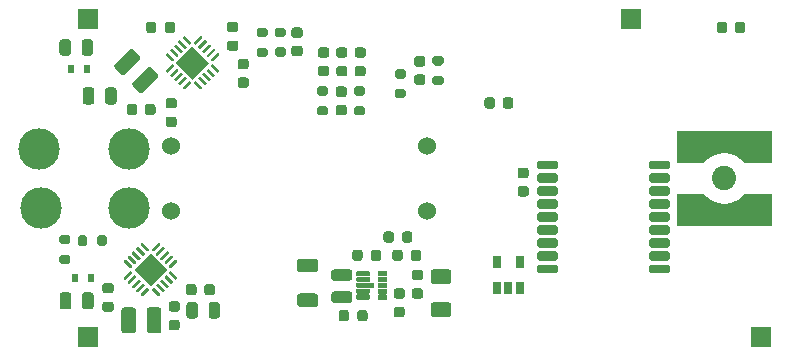
<source format=gbr>
%TF.GenerationSoftware,KiCad,Pcbnew,(5.1.12)-1*%
%TF.CreationDate,2021-11-29T20:05:01-07:00*%
%TF.ProjectId,SolarGPS,536f6c61-7247-4505-932e-6b696361645f,rev?*%
%TF.SameCoordinates,Original*%
%TF.FileFunction,Soldermask,Bot*%
%TF.FilePolarity,Negative*%
%FSLAX46Y46*%
G04 Gerber Fmt 4.6, Leading zero omitted, Abs format (unit mm)*
G04 Created by KiCad (PCBNEW (5.1.12)-1) date 2021-11-29 20:05:01*
%MOMM*%
%LPD*%
G01*
G04 APERTURE LIST*
%ADD10C,0.010000*%
%ADD11C,1.524000*%
%ADD12C,2.050000*%
%ADD13C,3.500000*%
%ADD14R,0.600000X0.700000*%
%ADD15C,0.100000*%
%ADD16R,1.700000X1.700000*%
%ADD17R,0.650000X1.060000*%
G04 APERTURE END LIST*
D10*
%TO.C,AE1*%
G36*
X102870000Y-62160000D02*
G01*
X102870000Y-59520000D01*
X110830000Y-59520000D01*
X110830000Y-62160000D01*
X108570000Y-62160000D01*
X108537000Y-62119000D01*
X108495000Y-62070000D01*
X108452000Y-62022000D01*
X108407000Y-61976000D01*
X108361000Y-61931000D01*
X108314000Y-61887000D01*
X108266000Y-61845000D01*
X108216000Y-61804000D01*
X108165000Y-61764000D01*
X108113000Y-61726000D01*
X108060000Y-61690000D01*
X108006000Y-61655000D01*
X107951000Y-61622000D01*
X107895000Y-61590000D01*
X107838000Y-61560000D01*
X107781000Y-61532000D01*
X107722000Y-61505000D01*
X107663000Y-61480000D01*
X107603000Y-61457000D01*
X107542000Y-61435000D01*
X107481000Y-61416000D01*
X107419000Y-61398000D01*
X107357000Y-61382000D01*
X107294000Y-61367000D01*
X107231000Y-61355000D01*
X107168000Y-61344000D01*
X107104000Y-61336000D01*
X107040000Y-61329000D01*
X106976000Y-61324000D01*
X106900000Y-61320000D01*
X106822000Y-61321000D01*
X106753000Y-61324000D01*
X106684000Y-61329000D01*
X106615000Y-61336000D01*
X106547000Y-61345000D01*
X106479000Y-61356000D01*
X106411000Y-61369000D01*
X106344000Y-61384000D01*
X106277000Y-61401000D01*
X106211000Y-61420000D01*
X106145000Y-61440000D01*
X106080000Y-61463000D01*
X106015000Y-61488000D01*
X105951000Y-61514000D01*
X105888000Y-61542000D01*
X105826000Y-61572000D01*
X105765000Y-61604000D01*
X105705000Y-61638000D01*
X105646000Y-61673000D01*
X105588000Y-61710000D01*
X105530000Y-61749000D01*
X105475000Y-61789000D01*
X105420000Y-61831000D01*
X105366000Y-61875000D01*
X105314000Y-61920000D01*
X105263000Y-61967000D01*
X105214000Y-62015000D01*
X105166000Y-62064000D01*
X105119000Y-62115000D01*
X105080000Y-62160000D01*
X102870000Y-62160000D01*
G37*
X102870000Y-62160000D02*
X102870000Y-59520000D01*
X110830000Y-59520000D01*
X110830000Y-62160000D01*
X108570000Y-62160000D01*
X108537000Y-62119000D01*
X108495000Y-62070000D01*
X108452000Y-62022000D01*
X108407000Y-61976000D01*
X108361000Y-61931000D01*
X108314000Y-61887000D01*
X108266000Y-61845000D01*
X108216000Y-61804000D01*
X108165000Y-61764000D01*
X108113000Y-61726000D01*
X108060000Y-61690000D01*
X108006000Y-61655000D01*
X107951000Y-61622000D01*
X107895000Y-61590000D01*
X107838000Y-61560000D01*
X107781000Y-61532000D01*
X107722000Y-61505000D01*
X107663000Y-61480000D01*
X107603000Y-61457000D01*
X107542000Y-61435000D01*
X107481000Y-61416000D01*
X107419000Y-61398000D01*
X107357000Y-61382000D01*
X107294000Y-61367000D01*
X107231000Y-61355000D01*
X107168000Y-61344000D01*
X107104000Y-61336000D01*
X107040000Y-61329000D01*
X106976000Y-61324000D01*
X106900000Y-61320000D01*
X106822000Y-61321000D01*
X106753000Y-61324000D01*
X106684000Y-61329000D01*
X106615000Y-61336000D01*
X106547000Y-61345000D01*
X106479000Y-61356000D01*
X106411000Y-61369000D01*
X106344000Y-61384000D01*
X106277000Y-61401000D01*
X106211000Y-61420000D01*
X106145000Y-61440000D01*
X106080000Y-61463000D01*
X106015000Y-61488000D01*
X105951000Y-61514000D01*
X105888000Y-61542000D01*
X105826000Y-61572000D01*
X105765000Y-61604000D01*
X105705000Y-61638000D01*
X105646000Y-61673000D01*
X105588000Y-61710000D01*
X105530000Y-61749000D01*
X105475000Y-61789000D01*
X105420000Y-61831000D01*
X105366000Y-61875000D01*
X105314000Y-61920000D01*
X105263000Y-61967000D01*
X105214000Y-62015000D01*
X105166000Y-62064000D01*
X105119000Y-62115000D01*
X105080000Y-62160000D01*
X102870000Y-62160000D01*
G36*
X102870000Y-64840000D02*
G01*
X102870000Y-67480000D01*
X110830000Y-67480000D01*
X110830000Y-64840000D01*
X108570000Y-64840000D01*
X108527000Y-64891000D01*
X108483000Y-64941000D01*
X108438000Y-64989000D01*
X108392000Y-65036000D01*
X108344000Y-65081000D01*
X108295000Y-65125000D01*
X108245000Y-65167000D01*
X108193000Y-65208000D01*
X108140000Y-65248000D01*
X108087000Y-65286000D01*
X108032000Y-65322000D01*
X107976000Y-65357000D01*
X107919000Y-65390000D01*
X107861000Y-65421000D01*
X107802000Y-65451000D01*
X107742000Y-65479000D01*
X107682000Y-65505000D01*
X107621000Y-65530000D01*
X107559000Y-65553000D01*
X107497000Y-65574000D01*
X107434000Y-65593000D01*
X107370000Y-65610000D01*
X107306000Y-65625000D01*
X107241000Y-65639000D01*
X107177000Y-65650000D01*
X107111000Y-65660000D01*
X107046000Y-65668000D01*
X106980000Y-65674000D01*
X106915000Y-65678000D01*
X106850000Y-65680000D01*
X106798000Y-65679000D01*
X106731000Y-65676000D01*
X106664000Y-65671000D01*
X106597000Y-65664000D01*
X106530000Y-65656000D01*
X106463000Y-65645000D01*
X106397000Y-65632000D01*
X106331000Y-65618000D01*
X106266000Y-65601000D01*
X106201000Y-65583000D01*
X106137000Y-65562000D01*
X106073000Y-65540000D01*
X106010000Y-65516000D01*
X105948000Y-65490000D01*
X105886000Y-65463000D01*
X105825000Y-65433000D01*
X105766000Y-65402000D01*
X105707000Y-65370000D01*
X105649000Y-65335000D01*
X105592000Y-65299000D01*
X105536000Y-65261000D01*
X105482000Y-65221000D01*
X105428000Y-65180000D01*
X105376000Y-65138000D01*
X105325000Y-65094000D01*
X105275000Y-65048000D01*
X105227000Y-65001000D01*
X105180000Y-64953000D01*
X105134000Y-64903000D01*
X105080000Y-64840000D01*
X102870000Y-64840000D01*
G37*
X102870000Y-64840000D02*
X102870000Y-67480000D01*
X110830000Y-67480000D01*
X110830000Y-64840000D01*
X108570000Y-64840000D01*
X108527000Y-64891000D01*
X108483000Y-64941000D01*
X108438000Y-64989000D01*
X108392000Y-65036000D01*
X108344000Y-65081000D01*
X108295000Y-65125000D01*
X108245000Y-65167000D01*
X108193000Y-65208000D01*
X108140000Y-65248000D01*
X108087000Y-65286000D01*
X108032000Y-65322000D01*
X107976000Y-65357000D01*
X107919000Y-65390000D01*
X107861000Y-65421000D01*
X107802000Y-65451000D01*
X107742000Y-65479000D01*
X107682000Y-65505000D01*
X107621000Y-65530000D01*
X107559000Y-65553000D01*
X107497000Y-65574000D01*
X107434000Y-65593000D01*
X107370000Y-65610000D01*
X107306000Y-65625000D01*
X107241000Y-65639000D01*
X107177000Y-65650000D01*
X107111000Y-65660000D01*
X107046000Y-65668000D01*
X106980000Y-65674000D01*
X106915000Y-65678000D01*
X106850000Y-65680000D01*
X106798000Y-65679000D01*
X106731000Y-65676000D01*
X106664000Y-65671000D01*
X106597000Y-65664000D01*
X106530000Y-65656000D01*
X106463000Y-65645000D01*
X106397000Y-65632000D01*
X106331000Y-65618000D01*
X106266000Y-65601000D01*
X106201000Y-65583000D01*
X106137000Y-65562000D01*
X106073000Y-65540000D01*
X106010000Y-65516000D01*
X105948000Y-65490000D01*
X105886000Y-65463000D01*
X105825000Y-65433000D01*
X105766000Y-65402000D01*
X105707000Y-65370000D01*
X105649000Y-65335000D01*
X105592000Y-65299000D01*
X105536000Y-65261000D01*
X105482000Y-65221000D01*
X105428000Y-65180000D01*
X105376000Y-65138000D01*
X105325000Y-65094000D01*
X105275000Y-65048000D01*
X105227000Y-65001000D01*
X105180000Y-64953000D01*
X105134000Y-64903000D01*
X105080000Y-64840000D01*
X102870000Y-64840000D01*
%TO.C,U7*%
G36*
X77530000Y-72475000D02*
G01*
X77530000Y-72625000D01*
X77530000Y-72631000D01*
X77531000Y-72638000D01*
X77531000Y-72644000D01*
X77533000Y-72650000D01*
X77534000Y-72656000D01*
X77536000Y-72662000D01*
X77538000Y-72668000D01*
X77540000Y-72674000D01*
X77543000Y-72679000D01*
X77546000Y-72685000D01*
X77549000Y-72690000D01*
X77553000Y-72696000D01*
X77557000Y-72701000D01*
X77561000Y-72705000D01*
X77565000Y-72710000D01*
X77570000Y-72714000D01*
X77574000Y-72718000D01*
X77579000Y-72722000D01*
X77585000Y-72726000D01*
X77590000Y-72729000D01*
X77596000Y-72732000D01*
X77601000Y-72735000D01*
X77607000Y-72737000D01*
X77613000Y-72739000D01*
X77619000Y-72741000D01*
X77625000Y-72742000D01*
X77631000Y-72744000D01*
X77637000Y-72744000D01*
X77644000Y-72745000D01*
X77650000Y-72745000D01*
X78150000Y-72745000D01*
X78156000Y-72745000D01*
X78163000Y-72744000D01*
X78169000Y-72744000D01*
X78175000Y-72742000D01*
X78181000Y-72741000D01*
X78187000Y-72739000D01*
X78193000Y-72737000D01*
X78199000Y-72735000D01*
X78204000Y-72732000D01*
X78210000Y-72729000D01*
X78215000Y-72726000D01*
X78221000Y-72722000D01*
X78226000Y-72718000D01*
X78230000Y-72714000D01*
X78235000Y-72710000D01*
X78239000Y-72705000D01*
X78243000Y-72701000D01*
X78247000Y-72696000D01*
X78251000Y-72690000D01*
X78254000Y-72685000D01*
X78257000Y-72679000D01*
X78260000Y-72674000D01*
X78262000Y-72668000D01*
X78264000Y-72662000D01*
X78266000Y-72656000D01*
X78267000Y-72650000D01*
X78269000Y-72644000D01*
X78269000Y-72638000D01*
X78270000Y-72631000D01*
X78270000Y-72625000D01*
X78270000Y-72475000D01*
X78270000Y-72469000D01*
X78269000Y-72462000D01*
X78269000Y-72456000D01*
X78267000Y-72450000D01*
X78266000Y-72444000D01*
X78264000Y-72438000D01*
X78262000Y-72432000D01*
X78260000Y-72426000D01*
X78257000Y-72421000D01*
X78254000Y-72415000D01*
X78251000Y-72410000D01*
X78247000Y-72404000D01*
X78243000Y-72399000D01*
X78239000Y-72395000D01*
X78235000Y-72390000D01*
X78230000Y-72386000D01*
X78226000Y-72382000D01*
X78221000Y-72378000D01*
X78215000Y-72374000D01*
X78210000Y-72371000D01*
X78204000Y-72368000D01*
X78199000Y-72365000D01*
X78193000Y-72363000D01*
X78187000Y-72361000D01*
X78181000Y-72359000D01*
X78175000Y-72358000D01*
X78169000Y-72356000D01*
X78163000Y-72356000D01*
X78156000Y-72355000D01*
X78150000Y-72355000D01*
X77650000Y-72355000D01*
X77644000Y-72355000D01*
X77637000Y-72356000D01*
X77631000Y-72356000D01*
X77625000Y-72358000D01*
X77619000Y-72359000D01*
X77613000Y-72361000D01*
X77607000Y-72363000D01*
X77601000Y-72365000D01*
X77596000Y-72368000D01*
X77590000Y-72371000D01*
X77585000Y-72374000D01*
X77579000Y-72378000D01*
X77574000Y-72382000D01*
X77570000Y-72386000D01*
X77565000Y-72390000D01*
X77561000Y-72395000D01*
X77557000Y-72399000D01*
X77553000Y-72404000D01*
X77549000Y-72410000D01*
X77546000Y-72415000D01*
X77543000Y-72421000D01*
X77540000Y-72426000D01*
X77538000Y-72432000D01*
X77536000Y-72438000D01*
X77534000Y-72444000D01*
X77533000Y-72450000D01*
X77531000Y-72456000D01*
X77531000Y-72462000D01*
X77530000Y-72469000D01*
X77530000Y-72475000D01*
G37*
X77530000Y-72475000D02*
X77530000Y-72625000D01*
X77530000Y-72631000D01*
X77531000Y-72638000D01*
X77531000Y-72644000D01*
X77533000Y-72650000D01*
X77534000Y-72656000D01*
X77536000Y-72662000D01*
X77538000Y-72668000D01*
X77540000Y-72674000D01*
X77543000Y-72679000D01*
X77546000Y-72685000D01*
X77549000Y-72690000D01*
X77553000Y-72696000D01*
X77557000Y-72701000D01*
X77561000Y-72705000D01*
X77565000Y-72710000D01*
X77570000Y-72714000D01*
X77574000Y-72718000D01*
X77579000Y-72722000D01*
X77585000Y-72726000D01*
X77590000Y-72729000D01*
X77596000Y-72732000D01*
X77601000Y-72735000D01*
X77607000Y-72737000D01*
X77613000Y-72739000D01*
X77619000Y-72741000D01*
X77625000Y-72742000D01*
X77631000Y-72744000D01*
X77637000Y-72744000D01*
X77644000Y-72745000D01*
X77650000Y-72745000D01*
X78150000Y-72745000D01*
X78156000Y-72745000D01*
X78163000Y-72744000D01*
X78169000Y-72744000D01*
X78175000Y-72742000D01*
X78181000Y-72741000D01*
X78187000Y-72739000D01*
X78193000Y-72737000D01*
X78199000Y-72735000D01*
X78204000Y-72732000D01*
X78210000Y-72729000D01*
X78215000Y-72726000D01*
X78221000Y-72722000D01*
X78226000Y-72718000D01*
X78230000Y-72714000D01*
X78235000Y-72710000D01*
X78239000Y-72705000D01*
X78243000Y-72701000D01*
X78247000Y-72696000D01*
X78251000Y-72690000D01*
X78254000Y-72685000D01*
X78257000Y-72679000D01*
X78260000Y-72674000D01*
X78262000Y-72668000D01*
X78264000Y-72662000D01*
X78266000Y-72656000D01*
X78267000Y-72650000D01*
X78269000Y-72644000D01*
X78269000Y-72638000D01*
X78270000Y-72631000D01*
X78270000Y-72625000D01*
X78270000Y-72475000D01*
X78270000Y-72469000D01*
X78269000Y-72462000D01*
X78269000Y-72456000D01*
X78267000Y-72450000D01*
X78266000Y-72444000D01*
X78264000Y-72438000D01*
X78262000Y-72432000D01*
X78260000Y-72426000D01*
X78257000Y-72421000D01*
X78254000Y-72415000D01*
X78251000Y-72410000D01*
X78247000Y-72404000D01*
X78243000Y-72399000D01*
X78239000Y-72395000D01*
X78235000Y-72390000D01*
X78230000Y-72386000D01*
X78226000Y-72382000D01*
X78221000Y-72378000D01*
X78215000Y-72374000D01*
X78210000Y-72371000D01*
X78204000Y-72368000D01*
X78199000Y-72365000D01*
X78193000Y-72363000D01*
X78187000Y-72361000D01*
X78181000Y-72359000D01*
X78175000Y-72358000D01*
X78169000Y-72356000D01*
X78163000Y-72356000D01*
X78156000Y-72355000D01*
X78150000Y-72355000D01*
X77650000Y-72355000D01*
X77644000Y-72355000D01*
X77637000Y-72356000D01*
X77631000Y-72356000D01*
X77625000Y-72358000D01*
X77619000Y-72359000D01*
X77613000Y-72361000D01*
X77607000Y-72363000D01*
X77601000Y-72365000D01*
X77596000Y-72368000D01*
X77590000Y-72371000D01*
X77585000Y-72374000D01*
X77579000Y-72378000D01*
X77574000Y-72382000D01*
X77570000Y-72386000D01*
X77565000Y-72390000D01*
X77561000Y-72395000D01*
X77557000Y-72399000D01*
X77553000Y-72404000D01*
X77549000Y-72410000D01*
X77546000Y-72415000D01*
X77543000Y-72421000D01*
X77540000Y-72426000D01*
X77538000Y-72432000D01*
X77536000Y-72438000D01*
X77534000Y-72444000D01*
X77533000Y-72450000D01*
X77531000Y-72456000D01*
X77531000Y-72462000D01*
X77530000Y-72469000D01*
X77530000Y-72475000D01*
G36*
X77530000Y-71975000D02*
G01*
X77530000Y-72125000D01*
X77530000Y-72131000D01*
X77531000Y-72138000D01*
X77531000Y-72144000D01*
X77533000Y-72150000D01*
X77534000Y-72156000D01*
X77536000Y-72162000D01*
X77538000Y-72168000D01*
X77540000Y-72174000D01*
X77543000Y-72179000D01*
X77546000Y-72185000D01*
X77549000Y-72190000D01*
X77553000Y-72196000D01*
X77557000Y-72201000D01*
X77561000Y-72205000D01*
X77565000Y-72210000D01*
X77570000Y-72214000D01*
X77574000Y-72218000D01*
X77579000Y-72222000D01*
X77585000Y-72226000D01*
X77590000Y-72229000D01*
X77596000Y-72232000D01*
X77601000Y-72235000D01*
X77607000Y-72237000D01*
X77613000Y-72239000D01*
X77619000Y-72241000D01*
X77625000Y-72242000D01*
X77631000Y-72244000D01*
X77637000Y-72244000D01*
X77644000Y-72245000D01*
X77650000Y-72245000D01*
X78150000Y-72245000D01*
X78156000Y-72245000D01*
X78163000Y-72244000D01*
X78169000Y-72244000D01*
X78175000Y-72242000D01*
X78181000Y-72241000D01*
X78187000Y-72239000D01*
X78193000Y-72237000D01*
X78199000Y-72235000D01*
X78204000Y-72232000D01*
X78210000Y-72229000D01*
X78215000Y-72226000D01*
X78221000Y-72222000D01*
X78226000Y-72218000D01*
X78230000Y-72214000D01*
X78235000Y-72210000D01*
X78239000Y-72205000D01*
X78243000Y-72201000D01*
X78247000Y-72196000D01*
X78251000Y-72190000D01*
X78254000Y-72185000D01*
X78257000Y-72179000D01*
X78260000Y-72174000D01*
X78262000Y-72168000D01*
X78264000Y-72162000D01*
X78266000Y-72156000D01*
X78267000Y-72150000D01*
X78269000Y-72144000D01*
X78269000Y-72138000D01*
X78270000Y-72131000D01*
X78270000Y-72125000D01*
X78270000Y-71975000D01*
X78270000Y-71969000D01*
X78269000Y-71962000D01*
X78269000Y-71956000D01*
X78267000Y-71950000D01*
X78266000Y-71944000D01*
X78264000Y-71938000D01*
X78262000Y-71932000D01*
X78260000Y-71926000D01*
X78257000Y-71921000D01*
X78254000Y-71915000D01*
X78251000Y-71910000D01*
X78247000Y-71904000D01*
X78243000Y-71899000D01*
X78239000Y-71895000D01*
X78235000Y-71890000D01*
X78230000Y-71886000D01*
X78226000Y-71882000D01*
X78221000Y-71878000D01*
X78215000Y-71874000D01*
X78210000Y-71871000D01*
X78204000Y-71868000D01*
X78199000Y-71865000D01*
X78193000Y-71863000D01*
X78187000Y-71861000D01*
X78181000Y-71859000D01*
X78175000Y-71858000D01*
X78169000Y-71856000D01*
X78163000Y-71856000D01*
X78156000Y-71855000D01*
X78150000Y-71855000D01*
X77650000Y-71855000D01*
X77644000Y-71855000D01*
X77637000Y-71856000D01*
X77631000Y-71856000D01*
X77625000Y-71858000D01*
X77619000Y-71859000D01*
X77613000Y-71861000D01*
X77607000Y-71863000D01*
X77601000Y-71865000D01*
X77596000Y-71868000D01*
X77590000Y-71871000D01*
X77585000Y-71874000D01*
X77579000Y-71878000D01*
X77574000Y-71882000D01*
X77570000Y-71886000D01*
X77565000Y-71890000D01*
X77561000Y-71895000D01*
X77557000Y-71899000D01*
X77553000Y-71904000D01*
X77549000Y-71910000D01*
X77546000Y-71915000D01*
X77543000Y-71921000D01*
X77540000Y-71926000D01*
X77538000Y-71932000D01*
X77536000Y-71938000D01*
X77534000Y-71944000D01*
X77533000Y-71950000D01*
X77531000Y-71956000D01*
X77531000Y-71962000D01*
X77530000Y-71969000D01*
X77530000Y-71975000D01*
G37*
X77530000Y-71975000D02*
X77530000Y-72125000D01*
X77530000Y-72131000D01*
X77531000Y-72138000D01*
X77531000Y-72144000D01*
X77533000Y-72150000D01*
X77534000Y-72156000D01*
X77536000Y-72162000D01*
X77538000Y-72168000D01*
X77540000Y-72174000D01*
X77543000Y-72179000D01*
X77546000Y-72185000D01*
X77549000Y-72190000D01*
X77553000Y-72196000D01*
X77557000Y-72201000D01*
X77561000Y-72205000D01*
X77565000Y-72210000D01*
X77570000Y-72214000D01*
X77574000Y-72218000D01*
X77579000Y-72222000D01*
X77585000Y-72226000D01*
X77590000Y-72229000D01*
X77596000Y-72232000D01*
X77601000Y-72235000D01*
X77607000Y-72237000D01*
X77613000Y-72239000D01*
X77619000Y-72241000D01*
X77625000Y-72242000D01*
X77631000Y-72244000D01*
X77637000Y-72244000D01*
X77644000Y-72245000D01*
X77650000Y-72245000D01*
X78150000Y-72245000D01*
X78156000Y-72245000D01*
X78163000Y-72244000D01*
X78169000Y-72244000D01*
X78175000Y-72242000D01*
X78181000Y-72241000D01*
X78187000Y-72239000D01*
X78193000Y-72237000D01*
X78199000Y-72235000D01*
X78204000Y-72232000D01*
X78210000Y-72229000D01*
X78215000Y-72226000D01*
X78221000Y-72222000D01*
X78226000Y-72218000D01*
X78230000Y-72214000D01*
X78235000Y-72210000D01*
X78239000Y-72205000D01*
X78243000Y-72201000D01*
X78247000Y-72196000D01*
X78251000Y-72190000D01*
X78254000Y-72185000D01*
X78257000Y-72179000D01*
X78260000Y-72174000D01*
X78262000Y-72168000D01*
X78264000Y-72162000D01*
X78266000Y-72156000D01*
X78267000Y-72150000D01*
X78269000Y-72144000D01*
X78269000Y-72138000D01*
X78270000Y-72131000D01*
X78270000Y-72125000D01*
X78270000Y-71975000D01*
X78270000Y-71969000D01*
X78269000Y-71962000D01*
X78269000Y-71956000D01*
X78267000Y-71950000D01*
X78266000Y-71944000D01*
X78264000Y-71938000D01*
X78262000Y-71932000D01*
X78260000Y-71926000D01*
X78257000Y-71921000D01*
X78254000Y-71915000D01*
X78251000Y-71910000D01*
X78247000Y-71904000D01*
X78243000Y-71899000D01*
X78239000Y-71895000D01*
X78235000Y-71890000D01*
X78230000Y-71886000D01*
X78226000Y-71882000D01*
X78221000Y-71878000D01*
X78215000Y-71874000D01*
X78210000Y-71871000D01*
X78204000Y-71868000D01*
X78199000Y-71865000D01*
X78193000Y-71863000D01*
X78187000Y-71861000D01*
X78181000Y-71859000D01*
X78175000Y-71858000D01*
X78169000Y-71856000D01*
X78163000Y-71856000D01*
X78156000Y-71855000D01*
X78150000Y-71855000D01*
X77650000Y-71855000D01*
X77644000Y-71855000D01*
X77637000Y-71856000D01*
X77631000Y-71856000D01*
X77625000Y-71858000D01*
X77619000Y-71859000D01*
X77613000Y-71861000D01*
X77607000Y-71863000D01*
X77601000Y-71865000D01*
X77596000Y-71868000D01*
X77590000Y-71871000D01*
X77585000Y-71874000D01*
X77579000Y-71878000D01*
X77574000Y-71882000D01*
X77570000Y-71886000D01*
X77565000Y-71890000D01*
X77561000Y-71895000D01*
X77557000Y-71899000D01*
X77553000Y-71904000D01*
X77549000Y-71910000D01*
X77546000Y-71915000D01*
X77543000Y-71921000D01*
X77540000Y-71926000D01*
X77538000Y-71932000D01*
X77536000Y-71938000D01*
X77534000Y-71944000D01*
X77533000Y-71950000D01*
X77531000Y-71956000D01*
X77531000Y-71962000D01*
X77530000Y-71969000D01*
X77530000Y-71975000D01*
G36*
X77530000Y-71475000D02*
G01*
X77530000Y-71625000D01*
X77530000Y-71631000D01*
X77531000Y-71638000D01*
X77531000Y-71644000D01*
X77533000Y-71650000D01*
X77534000Y-71656000D01*
X77536000Y-71662000D01*
X77538000Y-71668000D01*
X77540000Y-71674000D01*
X77543000Y-71679000D01*
X77546000Y-71685000D01*
X77549000Y-71690000D01*
X77553000Y-71696000D01*
X77557000Y-71701000D01*
X77561000Y-71705000D01*
X77565000Y-71710000D01*
X77570000Y-71714000D01*
X77574000Y-71718000D01*
X77579000Y-71722000D01*
X77585000Y-71726000D01*
X77590000Y-71729000D01*
X77596000Y-71732000D01*
X77601000Y-71735000D01*
X77607000Y-71737000D01*
X77613000Y-71739000D01*
X77619000Y-71741000D01*
X77625000Y-71742000D01*
X77631000Y-71744000D01*
X77637000Y-71744000D01*
X77644000Y-71745000D01*
X77650000Y-71745000D01*
X78150000Y-71745000D01*
X78156000Y-71745000D01*
X78163000Y-71744000D01*
X78169000Y-71744000D01*
X78175000Y-71742000D01*
X78181000Y-71741000D01*
X78187000Y-71739000D01*
X78193000Y-71737000D01*
X78199000Y-71735000D01*
X78204000Y-71732000D01*
X78210000Y-71729000D01*
X78215000Y-71726000D01*
X78221000Y-71722000D01*
X78226000Y-71718000D01*
X78230000Y-71714000D01*
X78235000Y-71710000D01*
X78239000Y-71705000D01*
X78243000Y-71701000D01*
X78247000Y-71696000D01*
X78251000Y-71690000D01*
X78254000Y-71685000D01*
X78257000Y-71679000D01*
X78260000Y-71674000D01*
X78262000Y-71668000D01*
X78264000Y-71662000D01*
X78266000Y-71656000D01*
X78267000Y-71650000D01*
X78269000Y-71644000D01*
X78269000Y-71638000D01*
X78270000Y-71631000D01*
X78270000Y-71625000D01*
X78270000Y-71475000D01*
X78270000Y-71469000D01*
X78269000Y-71462000D01*
X78269000Y-71456000D01*
X78267000Y-71450000D01*
X78266000Y-71444000D01*
X78264000Y-71438000D01*
X78262000Y-71432000D01*
X78260000Y-71426000D01*
X78257000Y-71421000D01*
X78254000Y-71415000D01*
X78251000Y-71410000D01*
X78247000Y-71404000D01*
X78243000Y-71399000D01*
X78239000Y-71395000D01*
X78235000Y-71390000D01*
X78230000Y-71386000D01*
X78226000Y-71382000D01*
X78221000Y-71378000D01*
X78215000Y-71374000D01*
X78210000Y-71371000D01*
X78204000Y-71368000D01*
X78199000Y-71365000D01*
X78193000Y-71363000D01*
X78187000Y-71361000D01*
X78181000Y-71359000D01*
X78175000Y-71358000D01*
X78169000Y-71356000D01*
X78163000Y-71356000D01*
X78156000Y-71355000D01*
X78150000Y-71355000D01*
X77650000Y-71355000D01*
X77644000Y-71355000D01*
X77637000Y-71356000D01*
X77631000Y-71356000D01*
X77625000Y-71358000D01*
X77619000Y-71359000D01*
X77613000Y-71361000D01*
X77607000Y-71363000D01*
X77601000Y-71365000D01*
X77596000Y-71368000D01*
X77590000Y-71371000D01*
X77585000Y-71374000D01*
X77579000Y-71378000D01*
X77574000Y-71382000D01*
X77570000Y-71386000D01*
X77565000Y-71390000D01*
X77561000Y-71395000D01*
X77557000Y-71399000D01*
X77553000Y-71404000D01*
X77549000Y-71410000D01*
X77546000Y-71415000D01*
X77543000Y-71421000D01*
X77540000Y-71426000D01*
X77538000Y-71432000D01*
X77536000Y-71438000D01*
X77534000Y-71444000D01*
X77533000Y-71450000D01*
X77531000Y-71456000D01*
X77531000Y-71462000D01*
X77530000Y-71469000D01*
X77530000Y-71475000D01*
G37*
X77530000Y-71475000D02*
X77530000Y-71625000D01*
X77530000Y-71631000D01*
X77531000Y-71638000D01*
X77531000Y-71644000D01*
X77533000Y-71650000D01*
X77534000Y-71656000D01*
X77536000Y-71662000D01*
X77538000Y-71668000D01*
X77540000Y-71674000D01*
X77543000Y-71679000D01*
X77546000Y-71685000D01*
X77549000Y-71690000D01*
X77553000Y-71696000D01*
X77557000Y-71701000D01*
X77561000Y-71705000D01*
X77565000Y-71710000D01*
X77570000Y-71714000D01*
X77574000Y-71718000D01*
X77579000Y-71722000D01*
X77585000Y-71726000D01*
X77590000Y-71729000D01*
X77596000Y-71732000D01*
X77601000Y-71735000D01*
X77607000Y-71737000D01*
X77613000Y-71739000D01*
X77619000Y-71741000D01*
X77625000Y-71742000D01*
X77631000Y-71744000D01*
X77637000Y-71744000D01*
X77644000Y-71745000D01*
X77650000Y-71745000D01*
X78150000Y-71745000D01*
X78156000Y-71745000D01*
X78163000Y-71744000D01*
X78169000Y-71744000D01*
X78175000Y-71742000D01*
X78181000Y-71741000D01*
X78187000Y-71739000D01*
X78193000Y-71737000D01*
X78199000Y-71735000D01*
X78204000Y-71732000D01*
X78210000Y-71729000D01*
X78215000Y-71726000D01*
X78221000Y-71722000D01*
X78226000Y-71718000D01*
X78230000Y-71714000D01*
X78235000Y-71710000D01*
X78239000Y-71705000D01*
X78243000Y-71701000D01*
X78247000Y-71696000D01*
X78251000Y-71690000D01*
X78254000Y-71685000D01*
X78257000Y-71679000D01*
X78260000Y-71674000D01*
X78262000Y-71668000D01*
X78264000Y-71662000D01*
X78266000Y-71656000D01*
X78267000Y-71650000D01*
X78269000Y-71644000D01*
X78269000Y-71638000D01*
X78270000Y-71631000D01*
X78270000Y-71625000D01*
X78270000Y-71475000D01*
X78270000Y-71469000D01*
X78269000Y-71462000D01*
X78269000Y-71456000D01*
X78267000Y-71450000D01*
X78266000Y-71444000D01*
X78264000Y-71438000D01*
X78262000Y-71432000D01*
X78260000Y-71426000D01*
X78257000Y-71421000D01*
X78254000Y-71415000D01*
X78251000Y-71410000D01*
X78247000Y-71404000D01*
X78243000Y-71399000D01*
X78239000Y-71395000D01*
X78235000Y-71390000D01*
X78230000Y-71386000D01*
X78226000Y-71382000D01*
X78221000Y-71378000D01*
X78215000Y-71374000D01*
X78210000Y-71371000D01*
X78204000Y-71368000D01*
X78199000Y-71365000D01*
X78193000Y-71363000D01*
X78187000Y-71361000D01*
X78181000Y-71359000D01*
X78175000Y-71358000D01*
X78169000Y-71356000D01*
X78163000Y-71356000D01*
X78156000Y-71355000D01*
X78150000Y-71355000D01*
X77650000Y-71355000D01*
X77644000Y-71355000D01*
X77637000Y-71356000D01*
X77631000Y-71356000D01*
X77625000Y-71358000D01*
X77619000Y-71359000D01*
X77613000Y-71361000D01*
X77607000Y-71363000D01*
X77601000Y-71365000D01*
X77596000Y-71368000D01*
X77590000Y-71371000D01*
X77585000Y-71374000D01*
X77579000Y-71378000D01*
X77574000Y-71382000D01*
X77570000Y-71386000D01*
X77565000Y-71390000D01*
X77561000Y-71395000D01*
X77557000Y-71399000D01*
X77553000Y-71404000D01*
X77549000Y-71410000D01*
X77546000Y-71415000D01*
X77543000Y-71421000D01*
X77540000Y-71426000D01*
X77538000Y-71432000D01*
X77536000Y-71438000D01*
X77534000Y-71444000D01*
X77533000Y-71450000D01*
X77531000Y-71456000D01*
X77531000Y-71462000D01*
X77530000Y-71469000D01*
X77530000Y-71475000D01*
G36*
X77530000Y-72975000D02*
G01*
X77530000Y-73125000D01*
X77530000Y-73131000D01*
X77531000Y-73138000D01*
X77531000Y-73144000D01*
X77533000Y-73150000D01*
X77534000Y-73156000D01*
X77536000Y-73162000D01*
X77538000Y-73168000D01*
X77540000Y-73174000D01*
X77543000Y-73179000D01*
X77546000Y-73185000D01*
X77549000Y-73190000D01*
X77553000Y-73196000D01*
X77557000Y-73201000D01*
X77561000Y-73205000D01*
X77565000Y-73210000D01*
X77570000Y-73214000D01*
X77574000Y-73218000D01*
X77579000Y-73222000D01*
X77585000Y-73226000D01*
X77590000Y-73229000D01*
X77596000Y-73232000D01*
X77601000Y-73235000D01*
X77607000Y-73237000D01*
X77613000Y-73239000D01*
X77619000Y-73241000D01*
X77625000Y-73242000D01*
X77631000Y-73244000D01*
X77637000Y-73244000D01*
X77644000Y-73245000D01*
X77650000Y-73245000D01*
X78150000Y-73245000D01*
X78156000Y-73245000D01*
X78163000Y-73244000D01*
X78169000Y-73244000D01*
X78175000Y-73242000D01*
X78181000Y-73241000D01*
X78187000Y-73239000D01*
X78193000Y-73237000D01*
X78199000Y-73235000D01*
X78204000Y-73232000D01*
X78210000Y-73229000D01*
X78215000Y-73226000D01*
X78221000Y-73222000D01*
X78226000Y-73218000D01*
X78230000Y-73214000D01*
X78235000Y-73210000D01*
X78239000Y-73205000D01*
X78243000Y-73201000D01*
X78247000Y-73196000D01*
X78251000Y-73190000D01*
X78254000Y-73185000D01*
X78257000Y-73179000D01*
X78260000Y-73174000D01*
X78262000Y-73168000D01*
X78264000Y-73162000D01*
X78266000Y-73156000D01*
X78267000Y-73150000D01*
X78269000Y-73144000D01*
X78269000Y-73138000D01*
X78270000Y-73131000D01*
X78270000Y-73125000D01*
X78270000Y-72975000D01*
X78270000Y-72969000D01*
X78269000Y-72962000D01*
X78269000Y-72956000D01*
X78267000Y-72950000D01*
X78266000Y-72944000D01*
X78264000Y-72938000D01*
X78262000Y-72932000D01*
X78260000Y-72926000D01*
X78257000Y-72921000D01*
X78254000Y-72915000D01*
X78251000Y-72910000D01*
X78247000Y-72904000D01*
X78243000Y-72899000D01*
X78239000Y-72895000D01*
X78235000Y-72890000D01*
X78230000Y-72886000D01*
X78226000Y-72882000D01*
X78221000Y-72878000D01*
X78215000Y-72874000D01*
X78210000Y-72871000D01*
X78204000Y-72868000D01*
X78199000Y-72865000D01*
X78193000Y-72863000D01*
X78187000Y-72861000D01*
X78181000Y-72859000D01*
X78175000Y-72858000D01*
X78169000Y-72856000D01*
X78163000Y-72856000D01*
X78156000Y-72855000D01*
X78150000Y-72855000D01*
X77650000Y-72855000D01*
X77644000Y-72855000D01*
X77637000Y-72856000D01*
X77631000Y-72856000D01*
X77625000Y-72858000D01*
X77619000Y-72859000D01*
X77613000Y-72861000D01*
X77607000Y-72863000D01*
X77601000Y-72865000D01*
X77596000Y-72868000D01*
X77590000Y-72871000D01*
X77585000Y-72874000D01*
X77579000Y-72878000D01*
X77574000Y-72882000D01*
X77570000Y-72886000D01*
X77565000Y-72890000D01*
X77561000Y-72895000D01*
X77557000Y-72899000D01*
X77553000Y-72904000D01*
X77549000Y-72910000D01*
X77546000Y-72915000D01*
X77543000Y-72921000D01*
X77540000Y-72926000D01*
X77538000Y-72932000D01*
X77536000Y-72938000D01*
X77534000Y-72944000D01*
X77533000Y-72950000D01*
X77531000Y-72956000D01*
X77531000Y-72962000D01*
X77530000Y-72969000D01*
X77530000Y-72975000D01*
G37*
X77530000Y-72975000D02*
X77530000Y-73125000D01*
X77530000Y-73131000D01*
X77531000Y-73138000D01*
X77531000Y-73144000D01*
X77533000Y-73150000D01*
X77534000Y-73156000D01*
X77536000Y-73162000D01*
X77538000Y-73168000D01*
X77540000Y-73174000D01*
X77543000Y-73179000D01*
X77546000Y-73185000D01*
X77549000Y-73190000D01*
X77553000Y-73196000D01*
X77557000Y-73201000D01*
X77561000Y-73205000D01*
X77565000Y-73210000D01*
X77570000Y-73214000D01*
X77574000Y-73218000D01*
X77579000Y-73222000D01*
X77585000Y-73226000D01*
X77590000Y-73229000D01*
X77596000Y-73232000D01*
X77601000Y-73235000D01*
X77607000Y-73237000D01*
X77613000Y-73239000D01*
X77619000Y-73241000D01*
X77625000Y-73242000D01*
X77631000Y-73244000D01*
X77637000Y-73244000D01*
X77644000Y-73245000D01*
X77650000Y-73245000D01*
X78150000Y-73245000D01*
X78156000Y-73245000D01*
X78163000Y-73244000D01*
X78169000Y-73244000D01*
X78175000Y-73242000D01*
X78181000Y-73241000D01*
X78187000Y-73239000D01*
X78193000Y-73237000D01*
X78199000Y-73235000D01*
X78204000Y-73232000D01*
X78210000Y-73229000D01*
X78215000Y-73226000D01*
X78221000Y-73222000D01*
X78226000Y-73218000D01*
X78230000Y-73214000D01*
X78235000Y-73210000D01*
X78239000Y-73205000D01*
X78243000Y-73201000D01*
X78247000Y-73196000D01*
X78251000Y-73190000D01*
X78254000Y-73185000D01*
X78257000Y-73179000D01*
X78260000Y-73174000D01*
X78262000Y-73168000D01*
X78264000Y-73162000D01*
X78266000Y-73156000D01*
X78267000Y-73150000D01*
X78269000Y-73144000D01*
X78269000Y-73138000D01*
X78270000Y-73131000D01*
X78270000Y-73125000D01*
X78270000Y-72975000D01*
X78270000Y-72969000D01*
X78269000Y-72962000D01*
X78269000Y-72956000D01*
X78267000Y-72950000D01*
X78266000Y-72944000D01*
X78264000Y-72938000D01*
X78262000Y-72932000D01*
X78260000Y-72926000D01*
X78257000Y-72921000D01*
X78254000Y-72915000D01*
X78251000Y-72910000D01*
X78247000Y-72904000D01*
X78243000Y-72899000D01*
X78239000Y-72895000D01*
X78235000Y-72890000D01*
X78230000Y-72886000D01*
X78226000Y-72882000D01*
X78221000Y-72878000D01*
X78215000Y-72874000D01*
X78210000Y-72871000D01*
X78204000Y-72868000D01*
X78199000Y-72865000D01*
X78193000Y-72863000D01*
X78187000Y-72861000D01*
X78181000Y-72859000D01*
X78175000Y-72858000D01*
X78169000Y-72856000D01*
X78163000Y-72856000D01*
X78156000Y-72855000D01*
X78150000Y-72855000D01*
X77650000Y-72855000D01*
X77644000Y-72855000D01*
X77637000Y-72856000D01*
X77631000Y-72856000D01*
X77625000Y-72858000D01*
X77619000Y-72859000D01*
X77613000Y-72861000D01*
X77607000Y-72863000D01*
X77601000Y-72865000D01*
X77596000Y-72868000D01*
X77590000Y-72871000D01*
X77585000Y-72874000D01*
X77579000Y-72878000D01*
X77574000Y-72882000D01*
X77570000Y-72886000D01*
X77565000Y-72890000D01*
X77561000Y-72895000D01*
X77557000Y-72899000D01*
X77553000Y-72904000D01*
X77549000Y-72910000D01*
X77546000Y-72915000D01*
X77543000Y-72921000D01*
X77540000Y-72926000D01*
X77538000Y-72932000D01*
X77536000Y-72938000D01*
X77534000Y-72944000D01*
X77533000Y-72950000D01*
X77531000Y-72956000D01*
X77531000Y-72962000D01*
X77530000Y-72969000D01*
X77530000Y-72975000D01*
G36*
X77530000Y-73475000D02*
G01*
X77530000Y-73625000D01*
X77530000Y-73631000D01*
X77531000Y-73638000D01*
X77531000Y-73644000D01*
X77533000Y-73650000D01*
X77534000Y-73656000D01*
X77536000Y-73662000D01*
X77538000Y-73668000D01*
X77540000Y-73674000D01*
X77543000Y-73679000D01*
X77546000Y-73685000D01*
X77549000Y-73690000D01*
X77553000Y-73696000D01*
X77557000Y-73701000D01*
X77561000Y-73705000D01*
X77565000Y-73710000D01*
X77570000Y-73714000D01*
X77574000Y-73718000D01*
X77579000Y-73722000D01*
X77585000Y-73726000D01*
X77590000Y-73729000D01*
X77596000Y-73732000D01*
X77601000Y-73735000D01*
X77607000Y-73737000D01*
X77613000Y-73739000D01*
X77619000Y-73741000D01*
X77625000Y-73742000D01*
X77631000Y-73744000D01*
X77637000Y-73744000D01*
X77644000Y-73745000D01*
X77650000Y-73745000D01*
X78150000Y-73745000D01*
X78156000Y-73745000D01*
X78163000Y-73744000D01*
X78169000Y-73744000D01*
X78175000Y-73742000D01*
X78181000Y-73741000D01*
X78187000Y-73739000D01*
X78193000Y-73737000D01*
X78199000Y-73735000D01*
X78204000Y-73732000D01*
X78210000Y-73729000D01*
X78215000Y-73726000D01*
X78221000Y-73722000D01*
X78226000Y-73718000D01*
X78230000Y-73714000D01*
X78235000Y-73710000D01*
X78239000Y-73705000D01*
X78243000Y-73701000D01*
X78247000Y-73696000D01*
X78251000Y-73690000D01*
X78254000Y-73685000D01*
X78257000Y-73679000D01*
X78260000Y-73674000D01*
X78262000Y-73668000D01*
X78264000Y-73662000D01*
X78266000Y-73656000D01*
X78267000Y-73650000D01*
X78269000Y-73644000D01*
X78269000Y-73638000D01*
X78270000Y-73631000D01*
X78270000Y-73625000D01*
X78270000Y-73475000D01*
X78270000Y-73469000D01*
X78269000Y-73462000D01*
X78269000Y-73456000D01*
X78267000Y-73450000D01*
X78266000Y-73444000D01*
X78264000Y-73438000D01*
X78262000Y-73432000D01*
X78260000Y-73426000D01*
X78257000Y-73421000D01*
X78254000Y-73415000D01*
X78251000Y-73410000D01*
X78247000Y-73404000D01*
X78243000Y-73399000D01*
X78239000Y-73395000D01*
X78235000Y-73390000D01*
X78230000Y-73386000D01*
X78226000Y-73382000D01*
X78221000Y-73378000D01*
X78215000Y-73374000D01*
X78210000Y-73371000D01*
X78204000Y-73368000D01*
X78199000Y-73365000D01*
X78193000Y-73363000D01*
X78187000Y-73361000D01*
X78181000Y-73359000D01*
X78175000Y-73358000D01*
X78169000Y-73356000D01*
X78163000Y-73356000D01*
X78156000Y-73355000D01*
X78150000Y-73355000D01*
X77650000Y-73355000D01*
X77644000Y-73355000D01*
X77637000Y-73356000D01*
X77631000Y-73356000D01*
X77625000Y-73358000D01*
X77619000Y-73359000D01*
X77613000Y-73361000D01*
X77607000Y-73363000D01*
X77601000Y-73365000D01*
X77596000Y-73368000D01*
X77590000Y-73371000D01*
X77585000Y-73374000D01*
X77579000Y-73378000D01*
X77574000Y-73382000D01*
X77570000Y-73386000D01*
X77565000Y-73390000D01*
X77561000Y-73395000D01*
X77557000Y-73399000D01*
X77553000Y-73404000D01*
X77549000Y-73410000D01*
X77546000Y-73415000D01*
X77543000Y-73421000D01*
X77540000Y-73426000D01*
X77538000Y-73432000D01*
X77536000Y-73438000D01*
X77534000Y-73444000D01*
X77533000Y-73450000D01*
X77531000Y-73456000D01*
X77531000Y-73462000D01*
X77530000Y-73469000D01*
X77530000Y-73475000D01*
G37*
X77530000Y-73475000D02*
X77530000Y-73625000D01*
X77530000Y-73631000D01*
X77531000Y-73638000D01*
X77531000Y-73644000D01*
X77533000Y-73650000D01*
X77534000Y-73656000D01*
X77536000Y-73662000D01*
X77538000Y-73668000D01*
X77540000Y-73674000D01*
X77543000Y-73679000D01*
X77546000Y-73685000D01*
X77549000Y-73690000D01*
X77553000Y-73696000D01*
X77557000Y-73701000D01*
X77561000Y-73705000D01*
X77565000Y-73710000D01*
X77570000Y-73714000D01*
X77574000Y-73718000D01*
X77579000Y-73722000D01*
X77585000Y-73726000D01*
X77590000Y-73729000D01*
X77596000Y-73732000D01*
X77601000Y-73735000D01*
X77607000Y-73737000D01*
X77613000Y-73739000D01*
X77619000Y-73741000D01*
X77625000Y-73742000D01*
X77631000Y-73744000D01*
X77637000Y-73744000D01*
X77644000Y-73745000D01*
X77650000Y-73745000D01*
X78150000Y-73745000D01*
X78156000Y-73745000D01*
X78163000Y-73744000D01*
X78169000Y-73744000D01*
X78175000Y-73742000D01*
X78181000Y-73741000D01*
X78187000Y-73739000D01*
X78193000Y-73737000D01*
X78199000Y-73735000D01*
X78204000Y-73732000D01*
X78210000Y-73729000D01*
X78215000Y-73726000D01*
X78221000Y-73722000D01*
X78226000Y-73718000D01*
X78230000Y-73714000D01*
X78235000Y-73710000D01*
X78239000Y-73705000D01*
X78243000Y-73701000D01*
X78247000Y-73696000D01*
X78251000Y-73690000D01*
X78254000Y-73685000D01*
X78257000Y-73679000D01*
X78260000Y-73674000D01*
X78262000Y-73668000D01*
X78264000Y-73662000D01*
X78266000Y-73656000D01*
X78267000Y-73650000D01*
X78269000Y-73644000D01*
X78269000Y-73638000D01*
X78270000Y-73631000D01*
X78270000Y-73625000D01*
X78270000Y-73475000D01*
X78270000Y-73469000D01*
X78269000Y-73462000D01*
X78269000Y-73456000D01*
X78267000Y-73450000D01*
X78266000Y-73444000D01*
X78264000Y-73438000D01*
X78262000Y-73432000D01*
X78260000Y-73426000D01*
X78257000Y-73421000D01*
X78254000Y-73415000D01*
X78251000Y-73410000D01*
X78247000Y-73404000D01*
X78243000Y-73399000D01*
X78239000Y-73395000D01*
X78235000Y-73390000D01*
X78230000Y-73386000D01*
X78226000Y-73382000D01*
X78221000Y-73378000D01*
X78215000Y-73374000D01*
X78210000Y-73371000D01*
X78204000Y-73368000D01*
X78199000Y-73365000D01*
X78193000Y-73363000D01*
X78187000Y-73361000D01*
X78181000Y-73359000D01*
X78175000Y-73358000D01*
X78169000Y-73356000D01*
X78163000Y-73356000D01*
X78156000Y-73355000D01*
X78150000Y-73355000D01*
X77650000Y-73355000D01*
X77644000Y-73355000D01*
X77637000Y-73356000D01*
X77631000Y-73356000D01*
X77625000Y-73358000D01*
X77619000Y-73359000D01*
X77613000Y-73361000D01*
X77607000Y-73363000D01*
X77601000Y-73365000D01*
X77596000Y-73368000D01*
X77590000Y-73371000D01*
X77585000Y-73374000D01*
X77579000Y-73378000D01*
X77574000Y-73382000D01*
X77570000Y-73386000D01*
X77565000Y-73390000D01*
X77561000Y-73395000D01*
X77557000Y-73399000D01*
X77553000Y-73404000D01*
X77549000Y-73410000D01*
X77546000Y-73415000D01*
X77543000Y-73421000D01*
X77540000Y-73426000D01*
X77538000Y-73432000D01*
X77536000Y-73438000D01*
X77534000Y-73444000D01*
X77533000Y-73450000D01*
X77531000Y-73456000D01*
X77531000Y-73462000D01*
X77530000Y-73469000D01*
X77530000Y-73475000D01*
G36*
X75730000Y-72475000D02*
G01*
X75730000Y-72625000D01*
X75730000Y-72631000D01*
X75731000Y-72638000D01*
X75731000Y-72644000D01*
X75733000Y-72650000D01*
X75734000Y-72656000D01*
X75736000Y-72662000D01*
X75738000Y-72668000D01*
X75740000Y-72674000D01*
X75743000Y-72679000D01*
X75746000Y-72685000D01*
X75749000Y-72690000D01*
X75753000Y-72696000D01*
X75757000Y-72701000D01*
X75761000Y-72705000D01*
X75765000Y-72710000D01*
X75770000Y-72714000D01*
X75774000Y-72718000D01*
X75779000Y-72722000D01*
X75785000Y-72726000D01*
X75790000Y-72729000D01*
X75796000Y-72732000D01*
X75801000Y-72735000D01*
X75807000Y-72737000D01*
X75813000Y-72739000D01*
X75819000Y-72741000D01*
X75825000Y-72742000D01*
X75831000Y-72744000D01*
X75837000Y-72744000D01*
X75844000Y-72745000D01*
X75850000Y-72745000D01*
X77050000Y-72745000D01*
X77056000Y-72745000D01*
X77063000Y-72744000D01*
X77069000Y-72744000D01*
X77075000Y-72742000D01*
X77081000Y-72741000D01*
X77087000Y-72739000D01*
X77093000Y-72737000D01*
X77099000Y-72735000D01*
X77104000Y-72732000D01*
X77110000Y-72729000D01*
X77115000Y-72726000D01*
X77121000Y-72722000D01*
X77126000Y-72718000D01*
X77130000Y-72714000D01*
X77135000Y-72710000D01*
X77139000Y-72705000D01*
X77143000Y-72701000D01*
X77147000Y-72696000D01*
X77151000Y-72690000D01*
X77154000Y-72685000D01*
X77157000Y-72679000D01*
X77160000Y-72674000D01*
X77162000Y-72668000D01*
X77164000Y-72662000D01*
X77166000Y-72656000D01*
X77167000Y-72650000D01*
X77169000Y-72644000D01*
X77169000Y-72638000D01*
X77170000Y-72631000D01*
X77170000Y-72625000D01*
X77170000Y-72475000D01*
X77170000Y-72469000D01*
X77169000Y-72462000D01*
X77169000Y-72456000D01*
X77167000Y-72450000D01*
X77166000Y-72444000D01*
X77164000Y-72438000D01*
X77162000Y-72432000D01*
X77160000Y-72426000D01*
X77157000Y-72421000D01*
X77154000Y-72415000D01*
X77151000Y-72410000D01*
X77147000Y-72404000D01*
X77143000Y-72399000D01*
X77139000Y-72395000D01*
X77135000Y-72390000D01*
X77130000Y-72386000D01*
X77126000Y-72382000D01*
X77121000Y-72378000D01*
X77115000Y-72374000D01*
X77110000Y-72371000D01*
X77104000Y-72368000D01*
X77099000Y-72365000D01*
X77093000Y-72363000D01*
X77087000Y-72361000D01*
X77081000Y-72359000D01*
X77075000Y-72358000D01*
X77069000Y-72356000D01*
X77063000Y-72356000D01*
X77056000Y-72355000D01*
X77050000Y-72355000D01*
X75850000Y-72355000D01*
X75844000Y-72355000D01*
X75837000Y-72356000D01*
X75831000Y-72356000D01*
X75825000Y-72358000D01*
X75819000Y-72359000D01*
X75813000Y-72361000D01*
X75807000Y-72363000D01*
X75801000Y-72365000D01*
X75796000Y-72368000D01*
X75790000Y-72371000D01*
X75785000Y-72374000D01*
X75779000Y-72378000D01*
X75774000Y-72382000D01*
X75770000Y-72386000D01*
X75765000Y-72390000D01*
X75761000Y-72395000D01*
X75757000Y-72399000D01*
X75753000Y-72404000D01*
X75749000Y-72410000D01*
X75746000Y-72415000D01*
X75743000Y-72421000D01*
X75740000Y-72426000D01*
X75738000Y-72432000D01*
X75736000Y-72438000D01*
X75734000Y-72444000D01*
X75733000Y-72450000D01*
X75731000Y-72456000D01*
X75731000Y-72462000D01*
X75730000Y-72469000D01*
X75730000Y-72475000D01*
G37*
X75730000Y-72475000D02*
X75730000Y-72625000D01*
X75730000Y-72631000D01*
X75731000Y-72638000D01*
X75731000Y-72644000D01*
X75733000Y-72650000D01*
X75734000Y-72656000D01*
X75736000Y-72662000D01*
X75738000Y-72668000D01*
X75740000Y-72674000D01*
X75743000Y-72679000D01*
X75746000Y-72685000D01*
X75749000Y-72690000D01*
X75753000Y-72696000D01*
X75757000Y-72701000D01*
X75761000Y-72705000D01*
X75765000Y-72710000D01*
X75770000Y-72714000D01*
X75774000Y-72718000D01*
X75779000Y-72722000D01*
X75785000Y-72726000D01*
X75790000Y-72729000D01*
X75796000Y-72732000D01*
X75801000Y-72735000D01*
X75807000Y-72737000D01*
X75813000Y-72739000D01*
X75819000Y-72741000D01*
X75825000Y-72742000D01*
X75831000Y-72744000D01*
X75837000Y-72744000D01*
X75844000Y-72745000D01*
X75850000Y-72745000D01*
X77050000Y-72745000D01*
X77056000Y-72745000D01*
X77063000Y-72744000D01*
X77069000Y-72744000D01*
X77075000Y-72742000D01*
X77081000Y-72741000D01*
X77087000Y-72739000D01*
X77093000Y-72737000D01*
X77099000Y-72735000D01*
X77104000Y-72732000D01*
X77110000Y-72729000D01*
X77115000Y-72726000D01*
X77121000Y-72722000D01*
X77126000Y-72718000D01*
X77130000Y-72714000D01*
X77135000Y-72710000D01*
X77139000Y-72705000D01*
X77143000Y-72701000D01*
X77147000Y-72696000D01*
X77151000Y-72690000D01*
X77154000Y-72685000D01*
X77157000Y-72679000D01*
X77160000Y-72674000D01*
X77162000Y-72668000D01*
X77164000Y-72662000D01*
X77166000Y-72656000D01*
X77167000Y-72650000D01*
X77169000Y-72644000D01*
X77169000Y-72638000D01*
X77170000Y-72631000D01*
X77170000Y-72625000D01*
X77170000Y-72475000D01*
X77170000Y-72469000D01*
X77169000Y-72462000D01*
X77169000Y-72456000D01*
X77167000Y-72450000D01*
X77166000Y-72444000D01*
X77164000Y-72438000D01*
X77162000Y-72432000D01*
X77160000Y-72426000D01*
X77157000Y-72421000D01*
X77154000Y-72415000D01*
X77151000Y-72410000D01*
X77147000Y-72404000D01*
X77143000Y-72399000D01*
X77139000Y-72395000D01*
X77135000Y-72390000D01*
X77130000Y-72386000D01*
X77126000Y-72382000D01*
X77121000Y-72378000D01*
X77115000Y-72374000D01*
X77110000Y-72371000D01*
X77104000Y-72368000D01*
X77099000Y-72365000D01*
X77093000Y-72363000D01*
X77087000Y-72361000D01*
X77081000Y-72359000D01*
X77075000Y-72358000D01*
X77069000Y-72356000D01*
X77063000Y-72356000D01*
X77056000Y-72355000D01*
X77050000Y-72355000D01*
X75850000Y-72355000D01*
X75844000Y-72355000D01*
X75837000Y-72356000D01*
X75831000Y-72356000D01*
X75825000Y-72358000D01*
X75819000Y-72359000D01*
X75813000Y-72361000D01*
X75807000Y-72363000D01*
X75801000Y-72365000D01*
X75796000Y-72368000D01*
X75790000Y-72371000D01*
X75785000Y-72374000D01*
X75779000Y-72378000D01*
X75774000Y-72382000D01*
X75770000Y-72386000D01*
X75765000Y-72390000D01*
X75761000Y-72395000D01*
X75757000Y-72399000D01*
X75753000Y-72404000D01*
X75749000Y-72410000D01*
X75746000Y-72415000D01*
X75743000Y-72421000D01*
X75740000Y-72426000D01*
X75738000Y-72432000D01*
X75736000Y-72438000D01*
X75734000Y-72444000D01*
X75733000Y-72450000D01*
X75731000Y-72456000D01*
X75731000Y-72462000D01*
X75730000Y-72469000D01*
X75730000Y-72475000D01*
G36*
X75730000Y-73475000D02*
G01*
X75730000Y-73625000D01*
X75730000Y-73631000D01*
X75731000Y-73638000D01*
X75731000Y-73644000D01*
X75733000Y-73650000D01*
X75734000Y-73656000D01*
X75736000Y-73662000D01*
X75738000Y-73668000D01*
X75740000Y-73674000D01*
X75743000Y-73679000D01*
X75746000Y-73685000D01*
X75749000Y-73690000D01*
X75753000Y-73696000D01*
X75757000Y-73701000D01*
X75761000Y-73705000D01*
X75765000Y-73710000D01*
X75770000Y-73714000D01*
X75774000Y-73718000D01*
X75779000Y-73722000D01*
X75785000Y-73726000D01*
X75790000Y-73729000D01*
X75796000Y-73732000D01*
X75801000Y-73735000D01*
X75807000Y-73737000D01*
X75813000Y-73739000D01*
X75819000Y-73741000D01*
X75825000Y-73742000D01*
X75831000Y-73744000D01*
X75837000Y-73744000D01*
X75844000Y-73745000D01*
X75850000Y-73745000D01*
X76650000Y-73745000D01*
X76656000Y-73745000D01*
X76663000Y-73744000D01*
X76669000Y-73744000D01*
X76675000Y-73742000D01*
X76681000Y-73741000D01*
X76687000Y-73739000D01*
X76693000Y-73737000D01*
X76699000Y-73735000D01*
X76704000Y-73732000D01*
X76710000Y-73729000D01*
X76715000Y-73726000D01*
X76721000Y-73722000D01*
X76726000Y-73718000D01*
X76730000Y-73714000D01*
X76735000Y-73710000D01*
X76739000Y-73705000D01*
X76743000Y-73701000D01*
X76747000Y-73696000D01*
X76751000Y-73690000D01*
X76754000Y-73685000D01*
X76757000Y-73679000D01*
X76760000Y-73674000D01*
X76762000Y-73668000D01*
X76764000Y-73662000D01*
X76766000Y-73656000D01*
X76767000Y-73650000D01*
X76769000Y-73644000D01*
X76769000Y-73638000D01*
X76770000Y-73631000D01*
X76770000Y-73625000D01*
X76770000Y-73475000D01*
X76770000Y-73469000D01*
X76769000Y-73462000D01*
X76769000Y-73456000D01*
X76767000Y-73450000D01*
X76766000Y-73444000D01*
X76764000Y-73438000D01*
X76762000Y-73432000D01*
X76760000Y-73426000D01*
X76757000Y-73421000D01*
X76754000Y-73415000D01*
X76751000Y-73410000D01*
X76747000Y-73404000D01*
X76743000Y-73399000D01*
X76739000Y-73395000D01*
X76735000Y-73390000D01*
X76730000Y-73386000D01*
X76726000Y-73382000D01*
X76721000Y-73378000D01*
X76715000Y-73374000D01*
X76710000Y-73371000D01*
X76704000Y-73368000D01*
X76699000Y-73365000D01*
X76693000Y-73363000D01*
X76687000Y-73361000D01*
X76681000Y-73359000D01*
X76675000Y-73358000D01*
X76669000Y-73356000D01*
X76663000Y-73356000D01*
X76656000Y-73355000D01*
X76650000Y-73355000D01*
X75850000Y-73355000D01*
X75844000Y-73355000D01*
X75837000Y-73356000D01*
X75831000Y-73356000D01*
X75825000Y-73358000D01*
X75819000Y-73359000D01*
X75813000Y-73361000D01*
X75807000Y-73363000D01*
X75801000Y-73365000D01*
X75796000Y-73368000D01*
X75790000Y-73371000D01*
X75785000Y-73374000D01*
X75779000Y-73378000D01*
X75774000Y-73382000D01*
X75770000Y-73386000D01*
X75765000Y-73390000D01*
X75761000Y-73395000D01*
X75757000Y-73399000D01*
X75753000Y-73404000D01*
X75749000Y-73410000D01*
X75746000Y-73415000D01*
X75743000Y-73421000D01*
X75740000Y-73426000D01*
X75738000Y-73432000D01*
X75736000Y-73438000D01*
X75734000Y-73444000D01*
X75733000Y-73450000D01*
X75731000Y-73456000D01*
X75731000Y-73462000D01*
X75730000Y-73469000D01*
X75730000Y-73475000D01*
G37*
X75730000Y-73475000D02*
X75730000Y-73625000D01*
X75730000Y-73631000D01*
X75731000Y-73638000D01*
X75731000Y-73644000D01*
X75733000Y-73650000D01*
X75734000Y-73656000D01*
X75736000Y-73662000D01*
X75738000Y-73668000D01*
X75740000Y-73674000D01*
X75743000Y-73679000D01*
X75746000Y-73685000D01*
X75749000Y-73690000D01*
X75753000Y-73696000D01*
X75757000Y-73701000D01*
X75761000Y-73705000D01*
X75765000Y-73710000D01*
X75770000Y-73714000D01*
X75774000Y-73718000D01*
X75779000Y-73722000D01*
X75785000Y-73726000D01*
X75790000Y-73729000D01*
X75796000Y-73732000D01*
X75801000Y-73735000D01*
X75807000Y-73737000D01*
X75813000Y-73739000D01*
X75819000Y-73741000D01*
X75825000Y-73742000D01*
X75831000Y-73744000D01*
X75837000Y-73744000D01*
X75844000Y-73745000D01*
X75850000Y-73745000D01*
X76650000Y-73745000D01*
X76656000Y-73745000D01*
X76663000Y-73744000D01*
X76669000Y-73744000D01*
X76675000Y-73742000D01*
X76681000Y-73741000D01*
X76687000Y-73739000D01*
X76693000Y-73737000D01*
X76699000Y-73735000D01*
X76704000Y-73732000D01*
X76710000Y-73729000D01*
X76715000Y-73726000D01*
X76721000Y-73722000D01*
X76726000Y-73718000D01*
X76730000Y-73714000D01*
X76735000Y-73710000D01*
X76739000Y-73705000D01*
X76743000Y-73701000D01*
X76747000Y-73696000D01*
X76751000Y-73690000D01*
X76754000Y-73685000D01*
X76757000Y-73679000D01*
X76760000Y-73674000D01*
X76762000Y-73668000D01*
X76764000Y-73662000D01*
X76766000Y-73656000D01*
X76767000Y-73650000D01*
X76769000Y-73644000D01*
X76769000Y-73638000D01*
X76770000Y-73631000D01*
X76770000Y-73625000D01*
X76770000Y-73475000D01*
X76770000Y-73469000D01*
X76769000Y-73462000D01*
X76769000Y-73456000D01*
X76767000Y-73450000D01*
X76766000Y-73444000D01*
X76764000Y-73438000D01*
X76762000Y-73432000D01*
X76760000Y-73426000D01*
X76757000Y-73421000D01*
X76754000Y-73415000D01*
X76751000Y-73410000D01*
X76747000Y-73404000D01*
X76743000Y-73399000D01*
X76739000Y-73395000D01*
X76735000Y-73390000D01*
X76730000Y-73386000D01*
X76726000Y-73382000D01*
X76721000Y-73378000D01*
X76715000Y-73374000D01*
X76710000Y-73371000D01*
X76704000Y-73368000D01*
X76699000Y-73365000D01*
X76693000Y-73363000D01*
X76687000Y-73361000D01*
X76681000Y-73359000D01*
X76675000Y-73358000D01*
X76669000Y-73356000D01*
X76663000Y-73356000D01*
X76656000Y-73355000D01*
X76650000Y-73355000D01*
X75850000Y-73355000D01*
X75844000Y-73355000D01*
X75837000Y-73356000D01*
X75831000Y-73356000D01*
X75825000Y-73358000D01*
X75819000Y-73359000D01*
X75813000Y-73361000D01*
X75807000Y-73363000D01*
X75801000Y-73365000D01*
X75796000Y-73368000D01*
X75790000Y-73371000D01*
X75785000Y-73374000D01*
X75779000Y-73378000D01*
X75774000Y-73382000D01*
X75770000Y-73386000D01*
X75765000Y-73390000D01*
X75761000Y-73395000D01*
X75757000Y-73399000D01*
X75753000Y-73404000D01*
X75749000Y-73410000D01*
X75746000Y-73415000D01*
X75743000Y-73421000D01*
X75740000Y-73426000D01*
X75738000Y-73432000D01*
X75736000Y-73438000D01*
X75734000Y-73444000D01*
X75733000Y-73450000D01*
X75731000Y-73456000D01*
X75731000Y-73462000D01*
X75730000Y-73469000D01*
X75730000Y-73475000D01*
G36*
X75730000Y-72975000D02*
G01*
X75730000Y-73125000D01*
X75730000Y-73131000D01*
X75731000Y-73138000D01*
X75731000Y-73144000D01*
X75733000Y-73150000D01*
X75734000Y-73156000D01*
X75736000Y-73162000D01*
X75738000Y-73168000D01*
X75740000Y-73174000D01*
X75743000Y-73179000D01*
X75746000Y-73185000D01*
X75749000Y-73190000D01*
X75753000Y-73196000D01*
X75757000Y-73201000D01*
X75761000Y-73205000D01*
X75765000Y-73210000D01*
X75770000Y-73214000D01*
X75774000Y-73218000D01*
X75779000Y-73222000D01*
X75785000Y-73226000D01*
X75790000Y-73229000D01*
X75796000Y-73232000D01*
X75801000Y-73235000D01*
X75807000Y-73237000D01*
X75813000Y-73239000D01*
X75819000Y-73241000D01*
X75825000Y-73242000D01*
X75831000Y-73244000D01*
X75837000Y-73244000D01*
X75844000Y-73245000D01*
X75850000Y-73245000D01*
X76650000Y-73245000D01*
X76656000Y-73245000D01*
X76663000Y-73244000D01*
X76669000Y-73244000D01*
X76675000Y-73242000D01*
X76681000Y-73241000D01*
X76687000Y-73239000D01*
X76693000Y-73237000D01*
X76699000Y-73235000D01*
X76704000Y-73232000D01*
X76710000Y-73229000D01*
X76715000Y-73226000D01*
X76721000Y-73222000D01*
X76726000Y-73218000D01*
X76730000Y-73214000D01*
X76735000Y-73210000D01*
X76739000Y-73205000D01*
X76743000Y-73201000D01*
X76747000Y-73196000D01*
X76751000Y-73190000D01*
X76754000Y-73185000D01*
X76757000Y-73179000D01*
X76760000Y-73174000D01*
X76762000Y-73168000D01*
X76764000Y-73162000D01*
X76766000Y-73156000D01*
X76767000Y-73150000D01*
X76769000Y-73144000D01*
X76769000Y-73138000D01*
X76770000Y-73131000D01*
X76770000Y-73125000D01*
X76770000Y-72975000D01*
X76770000Y-72969000D01*
X76769000Y-72962000D01*
X76769000Y-72956000D01*
X76767000Y-72950000D01*
X76766000Y-72944000D01*
X76764000Y-72938000D01*
X76762000Y-72932000D01*
X76760000Y-72926000D01*
X76757000Y-72921000D01*
X76754000Y-72915000D01*
X76751000Y-72910000D01*
X76747000Y-72904000D01*
X76743000Y-72899000D01*
X76739000Y-72895000D01*
X76735000Y-72890000D01*
X76730000Y-72886000D01*
X76726000Y-72882000D01*
X76721000Y-72878000D01*
X76715000Y-72874000D01*
X76710000Y-72871000D01*
X76704000Y-72868000D01*
X76699000Y-72865000D01*
X76693000Y-72863000D01*
X76687000Y-72861000D01*
X76681000Y-72859000D01*
X76675000Y-72858000D01*
X76669000Y-72856000D01*
X76663000Y-72856000D01*
X76656000Y-72855000D01*
X76650000Y-72855000D01*
X75850000Y-72855000D01*
X75844000Y-72855000D01*
X75837000Y-72856000D01*
X75831000Y-72856000D01*
X75825000Y-72858000D01*
X75819000Y-72859000D01*
X75813000Y-72861000D01*
X75807000Y-72863000D01*
X75801000Y-72865000D01*
X75796000Y-72868000D01*
X75790000Y-72871000D01*
X75785000Y-72874000D01*
X75779000Y-72878000D01*
X75774000Y-72882000D01*
X75770000Y-72886000D01*
X75765000Y-72890000D01*
X75761000Y-72895000D01*
X75757000Y-72899000D01*
X75753000Y-72904000D01*
X75749000Y-72910000D01*
X75746000Y-72915000D01*
X75743000Y-72921000D01*
X75740000Y-72926000D01*
X75738000Y-72932000D01*
X75736000Y-72938000D01*
X75734000Y-72944000D01*
X75733000Y-72950000D01*
X75731000Y-72956000D01*
X75731000Y-72962000D01*
X75730000Y-72969000D01*
X75730000Y-72975000D01*
G37*
X75730000Y-72975000D02*
X75730000Y-73125000D01*
X75730000Y-73131000D01*
X75731000Y-73138000D01*
X75731000Y-73144000D01*
X75733000Y-73150000D01*
X75734000Y-73156000D01*
X75736000Y-73162000D01*
X75738000Y-73168000D01*
X75740000Y-73174000D01*
X75743000Y-73179000D01*
X75746000Y-73185000D01*
X75749000Y-73190000D01*
X75753000Y-73196000D01*
X75757000Y-73201000D01*
X75761000Y-73205000D01*
X75765000Y-73210000D01*
X75770000Y-73214000D01*
X75774000Y-73218000D01*
X75779000Y-73222000D01*
X75785000Y-73226000D01*
X75790000Y-73229000D01*
X75796000Y-73232000D01*
X75801000Y-73235000D01*
X75807000Y-73237000D01*
X75813000Y-73239000D01*
X75819000Y-73241000D01*
X75825000Y-73242000D01*
X75831000Y-73244000D01*
X75837000Y-73244000D01*
X75844000Y-73245000D01*
X75850000Y-73245000D01*
X76650000Y-73245000D01*
X76656000Y-73245000D01*
X76663000Y-73244000D01*
X76669000Y-73244000D01*
X76675000Y-73242000D01*
X76681000Y-73241000D01*
X76687000Y-73239000D01*
X76693000Y-73237000D01*
X76699000Y-73235000D01*
X76704000Y-73232000D01*
X76710000Y-73229000D01*
X76715000Y-73226000D01*
X76721000Y-73222000D01*
X76726000Y-73218000D01*
X76730000Y-73214000D01*
X76735000Y-73210000D01*
X76739000Y-73205000D01*
X76743000Y-73201000D01*
X76747000Y-73196000D01*
X76751000Y-73190000D01*
X76754000Y-73185000D01*
X76757000Y-73179000D01*
X76760000Y-73174000D01*
X76762000Y-73168000D01*
X76764000Y-73162000D01*
X76766000Y-73156000D01*
X76767000Y-73150000D01*
X76769000Y-73144000D01*
X76769000Y-73138000D01*
X76770000Y-73131000D01*
X76770000Y-73125000D01*
X76770000Y-72975000D01*
X76770000Y-72969000D01*
X76769000Y-72962000D01*
X76769000Y-72956000D01*
X76767000Y-72950000D01*
X76766000Y-72944000D01*
X76764000Y-72938000D01*
X76762000Y-72932000D01*
X76760000Y-72926000D01*
X76757000Y-72921000D01*
X76754000Y-72915000D01*
X76751000Y-72910000D01*
X76747000Y-72904000D01*
X76743000Y-72899000D01*
X76739000Y-72895000D01*
X76735000Y-72890000D01*
X76730000Y-72886000D01*
X76726000Y-72882000D01*
X76721000Y-72878000D01*
X76715000Y-72874000D01*
X76710000Y-72871000D01*
X76704000Y-72868000D01*
X76699000Y-72865000D01*
X76693000Y-72863000D01*
X76687000Y-72861000D01*
X76681000Y-72859000D01*
X76675000Y-72858000D01*
X76669000Y-72856000D01*
X76663000Y-72856000D01*
X76656000Y-72855000D01*
X76650000Y-72855000D01*
X75850000Y-72855000D01*
X75844000Y-72855000D01*
X75837000Y-72856000D01*
X75831000Y-72856000D01*
X75825000Y-72858000D01*
X75819000Y-72859000D01*
X75813000Y-72861000D01*
X75807000Y-72863000D01*
X75801000Y-72865000D01*
X75796000Y-72868000D01*
X75790000Y-72871000D01*
X75785000Y-72874000D01*
X75779000Y-72878000D01*
X75774000Y-72882000D01*
X75770000Y-72886000D01*
X75765000Y-72890000D01*
X75761000Y-72895000D01*
X75757000Y-72899000D01*
X75753000Y-72904000D01*
X75749000Y-72910000D01*
X75746000Y-72915000D01*
X75743000Y-72921000D01*
X75740000Y-72926000D01*
X75738000Y-72932000D01*
X75736000Y-72938000D01*
X75734000Y-72944000D01*
X75733000Y-72950000D01*
X75731000Y-72956000D01*
X75731000Y-72962000D01*
X75730000Y-72969000D01*
X75730000Y-72975000D01*
G36*
X75730000Y-71975000D02*
G01*
X75730000Y-72125000D01*
X75730000Y-72131000D01*
X75731000Y-72138000D01*
X75731000Y-72144000D01*
X75733000Y-72150000D01*
X75734000Y-72156000D01*
X75736000Y-72162000D01*
X75738000Y-72168000D01*
X75740000Y-72174000D01*
X75743000Y-72179000D01*
X75746000Y-72185000D01*
X75749000Y-72190000D01*
X75753000Y-72196000D01*
X75757000Y-72201000D01*
X75761000Y-72205000D01*
X75765000Y-72210000D01*
X75770000Y-72214000D01*
X75774000Y-72218000D01*
X75779000Y-72222000D01*
X75785000Y-72226000D01*
X75790000Y-72229000D01*
X75796000Y-72232000D01*
X75801000Y-72235000D01*
X75807000Y-72237000D01*
X75813000Y-72239000D01*
X75819000Y-72241000D01*
X75825000Y-72242000D01*
X75831000Y-72244000D01*
X75837000Y-72244000D01*
X75844000Y-72245000D01*
X75850000Y-72245000D01*
X76650000Y-72245000D01*
X76656000Y-72245000D01*
X76663000Y-72244000D01*
X76669000Y-72244000D01*
X76675000Y-72242000D01*
X76681000Y-72241000D01*
X76687000Y-72239000D01*
X76693000Y-72237000D01*
X76699000Y-72235000D01*
X76704000Y-72232000D01*
X76710000Y-72229000D01*
X76715000Y-72226000D01*
X76721000Y-72222000D01*
X76726000Y-72218000D01*
X76730000Y-72214000D01*
X76735000Y-72210000D01*
X76739000Y-72205000D01*
X76743000Y-72201000D01*
X76747000Y-72196000D01*
X76751000Y-72190000D01*
X76754000Y-72185000D01*
X76757000Y-72179000D01*
X76760000Y-72174000D01*
X76762000Y-72168000D01*
X76764000Y-72162000D01*
X76766000Y-72156000D01*
X76767000Y-72150000D01*
X76769000Y-72144000D01*
X76769000Y-72138000D01*
X76770000Y-72131000D01*
X76770000Y-72125000D01*
X76770000Y-71975000D01*
X76770000Y-71969000D01*
X76769000Y-71962000D01*
X76769000Y-71956000D01*
X76767000Y-71950000D01*
X76766000Y-71944000D01*
X76764000Y-71938000D01*
X76762000Y-71932000D01*
X76760000Y-71926000D01*
X76757000Y-71921000D01*
X76754000Y-71915000D01*
X76751000Y-71910000D01*
X76747000Y-71904000D01*
X76743000Y-71899000D01*
X76739000Y-71895000D01*
X76735000Y-71890000D01*
X76730000Y-71886000D01*
X76726000Y-71882000D01*
X76721000Y-71878000D01*
X76715000Y-71874000D01*
X76710000Y-71871000D01*
X76704000Y-71868000D01*
X76699000Y-71865000D01*
X76693000Y-71863000D01*
X76687000Y-71861000D01*
X76681000Y-71859000D01*
X76675000Y-71858000D01*
X76669000Y-71856000D01*
X76663000Y-71856000D01*
X76656000Y-71855000D01*
X76650000Y-71855000D01*
X75850000Y-71855000D01*
X75844000Y-71855000D01*
X75837000Y-71856000D01*
X75831000Y-71856000D01*
X75825000Y-71858000D01*
X75819000Y-71859000D01*
X75813000Y-71861000D01*
X75807000Y-71863000D01*
X75801000Y-71865000D01*
X75796000Y-71868000D01*
X75790000Y-71871000D01*
X75785000Y-71874000D01*
X75779000Y-71878000D01*
X75774000Y-71882000D01*
X75770000Y-71886000D01*
X75765000Y-71890000D01*
X75761000Y-71895000D01*
X75757000Y-71899000D01*
X75753000Y-71904000D01*
X75749000Y-71910000D01*
X75746000Y-71915000D01*
X75743000Y-71921000D01*
X75740000Y-71926000D01*
X75738000Y-71932000D01*
X75736000Y-71938000D01*
X75734000Y-71944000D01*
X75733000Y-71950000D01*
X75731000Y-71956000D01*
X75731000Y-71962000D01*
X75730000Y-71969000D01*
X75730000Y-71975000D01*
G37*
X75730000Y-71975000D02*
X75730000Y-72125000D01*
X75730000Y-72131000D01*
X75731000Y-72138000D01*
X75731000Y-72144000D01*
X75733000Y-72150000D01*
X75734000Y-72156000D01*
X75736000Y-72162000D01*
X75738000Y-72168000D01*
X75740000Y-72174000D01*
X75743000Y-72179000D01*
X75746000Y-72185000D01*
X75749000Y-72190000D01*
X75753000Y-72196000D01*
X75757000Y-72201000D01*
X75761000Y-72205000D01*
X75765000Y-72210000D01*
X75770000Y-72214000D01*
X75774000Y-72218000D01*
X75779000Y-72222000D01*
X75785000Y-72226000D01*
X75790000Y-72229000D01*
X75796000Y-72232000D01*
X75801000Y-72235000D01*
X75807000Y-72237000D01*
X75813000Y-72239000D01*
X75819000Y-72241000D01*
X75825000Y-72242000D01*
X75831000Y-72244000D01*
X75837000Y-72244000D01*
X75844000Y-72245000D01*
X75850000Y-72245000D01*
X76650000Y-72245000D01*
X76656000Y-72245000D01*
X76663000Y-72244000D01*
X76669000Y-72244000D01*
X76675000Y-72242000D01*
X76681000Y-72241000D01*
X76687000Y-72239000D01*
X76693000Y-72237000D01*
X76699000Y-72235000D01*
X76704000Y-72232000D01*
X76710000Y-72229000D01*
X76715000Y-72226000D01*
X76721000Y-72222000D01*
X76726000Y-72218000D01*
X76730000Y-72214000D01*
X76735000Y-72210000D01*
X76739000Y-72205000D01*
X76743000Y-72201000D01*
X76747000Y-72196000D01*
X76751000Y-72190000D01*
X76754000Y-72185000D01*
X76757000Y-72179000D01*
X76760000Y-72174000D01*
X76762000Y-72168000D01*
X76764000Y-72162000D01*
X76766000Y-72156000D01*
X76767000Y-72150000D01*
X76769000Y-72144000D01*
X76769000Y-72138000D01*
X76770000Y-72131000D01*
X76770000Y-72125000D01*
X76770000Y-71975000D01*
X76770000Y-71969000D01*
X76769000Y-71962000D01*
X76769000Y-71956000D01*
X76767000Y-71950000D01*
X76766000Y-71944000D01*
X76764000Y-71938000D01*
X76762000Y-71932000D01*
X76760000Y-71926000D01*
X76757000Y-71921000D01*
X76754000Y-71915000D01*
X76751000Y-71910000D01*
X76747000Y-71904000D01*
X76743000Y-71899000D01*
X76739000Y-71895000D01*
X76735000Y-71890000D01*
X76730000Y-71886000D01*
X76726000Y-71882000D01*
X76721000Y-71878000D01*
X76715000Y-71874000D01*
X76710000Y-71871000D01*
X76704000Y-71868000D01*
X76699000Y-71865000D01*
X76693000Y-71863000D01*
X76687000Y-71861000D01*
X76681000Y-71859000D01*
X76675000Y-71858000D01*
X76669000Y-71856000D01*
X76663000Y-71856000D01*
X76656000Y-71855000D01*
X76650000Y-71855000D01*
X75850000Y-71855000D01*
X75844000Y-71855000D01*
X75837000Y-71856000D01*
X75831000Y-71856000D01*
X75825000Y-71858000D01*
X75819000Y-71859000D01*
X75813000Y-71861000D01*
X75807000Y-71863000D01*
X75801000Y-71865000D01*
X75796000Y-71868000D01*
X75790000Y-71871000D01*
X75785000Y-71874000D01*
X75779000Y-71878000D01*
X75774000Y-71882000D01*
X75770000Y-71886000D01*
X75765000Y-71890000D01*
X75761000Y-71895000D01*
X75757000Y-71899000D01*
X75753000Y-71904000D01*
X75749000Y-71910000D01*
X75746000Y-71915000D01*
X75743000Y-71921000D01*
X75740000Y-71926000D01*
X75738000Y-71932000D01*
X75736000Y-71938000D01*
X75734000Y-71944000D01*
X75733000Y-71950000D01*
X75731000Y-71956000D01*
X75731000Y-71962000D01*
X75730000Y-71969000D01*
X75730000Y-71975000D01*
G36*
X75730000Y-71475000D02*
G01*
X75730000Y-71625000D01*
X75730000Y-71631000D01*
X75731000Y-71638000D01*
X75731000Y-71644000D01*
X75733000Y-71650000D01*
X75734000Y-71656000D01*
X75736000Y-71662000D01*
X75738000Y-71668000D01*
X75740000Y-71674000D01*
X75743000Y-71679000D01*
X75746000Y-71685000D01*
X75749000Y-71690000D01*
X75753000Y-71696000D01*
X75757000Y-71701000D01*
X75761000Y-71705000D01*
X75765000Y-71710000D01*
X75770000Y-71714000D01*
X75774000Y-71718000D01*
X75779000Y-71722000D01*
X75785000Y-71726000D01*
X75790000Y-71729000D01*
X75796000Y-71732000D01*
X75801000Y-71735000D01*
X75807000Y-71737000D01*
X75813000Y-71739000D01*
X75819000Y-71741000D01*
X75825000Y-71742000D01*
X75831000Y-71744000D01*
X75837000Y-71744000D01*
X75844000Y-71745000D01*
X75850000Y-71745000D01*
X76650000Y-71745000D01*
X76656000Y-71745000D01*
X76663000Y-71744000D01*
X76669000Y-71744000D01*
X76675000Y-71742000D01*
X76681000Y-71741000D01*
X76687000Y-71739000D01*
X76693000Y-71737000D01*
X76699000Y-71735000D01*
X76704000Y-71732000D01*
X76710000Y-71729000D01*
X76715000Y-71726000D01*
X76721000Y-71722000D01*
X76726000Y-71718000D01*
X76730000Y-71714000D01*
X76735000Y-71710000D01*
X76739000Y-71705000D01*
X76743000Y-71701000D01*
X76747000Y-71696000D01*
X76751000Y-71690000D01*
X76754000Y-71685000D01*
X76757000Y-71679000D01*
X76760000Y-71674000D01*
X76762000Y-71668000D01*
X76764000Y-71662000D01*
X76766000Y-71656000D01*
X76767000Y-71650000D01*
X76769000Y-71644000D01*
X76769000Y-71638000D01*
X76770000Y-71631000D01*
X76770000Y-71625000D01*
X76770000Y-71475000D01*
X76770000Y-71469000D01*
X76769000Y-71462000D01*
X76769000Y-71456000D01*
X76767000Y-71450000D01*
X76766000Y-71444000D01*
X76764000Y-71438000D01*
X76762000Y-71432000D01*
X76760000Y-71426000D01*
X76757000Y-71421000D01*
X76754000Y-71415000D01*
X76751000Y-71410000D01*
X76747000Y-71404000D01*
X76743000Y-71399000D01*
X76739000Y-71395000D01*
X76735000Y-71390000D01*
X76730000Y-71386000D01*
X76726000Y-71382000D01*
X76721000Y-71378000D01*
X76715000Y-71374000D01*
X76710000Y-71371000D01*
X76704000Y-71368000D01*
X76699000Y-71365000D01*
X76693000Y-71363000D01*
X76687000Y-71361000D01*
X76681000Y-71359000D01*
X76675000Y-71358000D01*
X76669000Y-71356000D01*
X76663000Y-71356000D01*
X76656000Y-71355000D01*
X76650000Y-71355000D01*
X75850000Y-71355000D01*
X75844000Y-71355000D01*
X75837000Y-71356000D01*
X75831000Y-71356000D01*
X75825000Y-71358000D01*
X75819000Y-71359000D01*
X75813000Y-71361000D01*
X75807000Y-71363000D01*
X75801000Y-71365000D01*
X75796000Y-71368000D01*
X75790000Y-71371000D01*
X75785000Y-71374000D01*
X75779000Y-71378000D01*
X75774000Y-71382000D01*
X75770000Y-71386000D01*
X75765000Y-71390000D01*
X75761000Y-71395000D01*
X75757000Y-71399000D01*
X75753000Y-71404000D01*
X75749000Y-71410000D01*
X75746000Y-71415000D01*
X75743000Y-71421000D01*
X75740000Y-71426000D01*
X75738000Y-71432000D01*
X75736000Y-71438000D01*
X75734000Y-71444000D01*
X75733000Y-71450000D01*
X75731000Y-71456000D01*
X75731000Y-71462000D01*
X75730000Y-71469000D01*
X75730000Y-71475000D01*
G37*
X75730000Y-71475000D02*
X75730000Y-71625000D01*
X75730000Y-71631000D01*
X75731000Y-71638000D01*
X75731000Y-71644000D01*
X75733000Y-71650000D01*
X75734000Y-71656000D01*
X75736000Y-71662000D01*
X75738000Y-71668000D01*
X75740000Y-71674000D01*
X75743000Y-71679000D01*
X75746000Y-71685000D01*
X75749000Y-71690000D01*
X75753000Y-71696000D01*
X75757000Y-71701000D01*
X75761000Y-71705000D01*
X75765000Y-71710000D01*
X75770000Y-71714000D01*
X75774000Y-71718000D01*
X75779000Y-71722000D01*
X75785000Y-71726000D01*
X75790000Y-71729000D01*
X75796000Y-71732000D01*
X75801000Y-71735000D01*
X75807000Y-71737000D01*
X75813000Y-71739000D01*
X75819000Y-71741000D01*
X75825000Y-71742000D01*
X75831000Y-71744000D01*
X75837000Y-71744000D01*
X75844000Y-71745000D01*
X75850000Y-71745000D01*
X76650000Y-71745000D01*
X76656000Y-71745000D01*
X76663000Y-71744000D01*
X76669000Y-71744000D01*
X76675000Y-71742000D01*
X76681000Y-71741000D01*
X76687000Y-71739000D01*
X76693000Y-71737000D01*
X76699000Y-71735000D01*
X76704000Y-71732000D01*
X76710000Y-71729000D01*
X76715000Y-71726000D01*
X76721000Y-71722000D01*
X76726000Y-71718000D01*
X76730000Y-71714000D01*
X76735000Y-71710000D01*
X76739000Y-71705000D01*
X76743000Y-71701000D01*
X76747000Y-71696000D01*
X76751000Y-71690000D01*
X76754000Y-71685000D01*
X76757000Y-71679000D01*
X76760000Y-71674000D01*
X76762000Y-71668000D01*
X76764000Y-71662000D01*
X76766000Y-71656000D01*
X76767000Y-71650000D01*
X76769000Y-71644000D01*
X76769000Y-71638000D01*
X76770000Y-71631000D01*
X76770000Y-71625000D01*
X76770000Y-71475000D01*
X76770000Y-71469000D01*
X76769000Y-71462000D01*
X76769000Y-71456000D01*
X76767000Y-71450000D01*
X76766000Y-71444000D01*
X76764000Y-71438000D01*
X76762000Y-71432000D01*
X76760000Y-71426000D01*
X76757000Y-71421000D01*
X76754000Y-71415000D01*
X76751000Y-71410000D01*
X76747000Y-71404000D01*
X76743000Y-71399000D01*
X76739000Y-71395000D01*
X76735000Y-71390000D01*
X76730000Y-71386000D01*
X76726000Y-71382000D01*
X76721000Y-71378000D01*
X76715000Y-71374000D01*
X76710000Y-71371000D01*
X76704000Y-71368000D01*
X76699000Y-71365000D01*
X76693000Y-71363000D01*
X76687000Y-71361000D01*
X76681000Y-71359000D01*
X76675000Y-71358000D01*
X76669000Y-71356000D01*
X76663000Y-71356000D01*
X76656000Y-71355000D01*
X76650000Y-71355000D01*
X75850000Y-71355000D01*
X75844000Y-71355000D01*
X75837000Y-71356000D01*
X75831000Y-71356000D01*
X75825000Y-71358000D01*
X75819000Y-71359000D01*
X75813000Y-71361000D01*
X75807000Y-71363000D01*
X75801000Y-71365000D01*
X75796000Y-71368000D01*
X75790000Y-71371000D01*
X75785000Y-71374000D01*
X75779000Y-71378000D01*
X75774000Y-71382000D01*
X75770000Y-71386000D01*
X75765000Y-71390000D01*
X75761000Y-71395000D01*
X75757000Y-71399000D01*
X75753000Y-71404000D01*
X75749000Y-71410000D01*
X75746000Y-71415000D01*
X75743000Y-71421000D01*
X75740000Y-71426000D01*
X75738000Y-71432000D01*
X75736000Y-71438000D01*
X75734000Y-71444000D01*
X75733000Y-71450000D01*
X75731000Y-71456000D01*
X75731000Y-71462000D01*
X75730000Y-71469000D01*
X75730000Y-71475000D01*
%TD*%
D11*
%TO.C,C14*%
X81750000Y-60750000D03*
X81750000Y-66250000D03*
%TD*%
D12*
%TO.C,AE1*%
X106850000Y-63500000D03*
%TD*%
%TO.C,U2*%
G36*
G01*
X100500000Y-71375000D02*
X100500000Y-71025000D01*
G75*
G02*
X100675000Y-70850000I175000J0D01*
G01*
X102125000Y-70850000D01*
G75*
G02*
X102300000Y-71025000I0J-175000D01*
G01*
X102300000Y-71375000D01*
G75*
G02*
X102125000Y-71550000I-175000J0D01*
G01*
X100675000Y-71550000D01*
G75*
G02*
X100500000Y-71375000I0J175000D01*
G01*
G37*
G36*
G01*
X100500000Y-70300000D02*
X100500000Y-69900000D01*
G75*
G02*
X100700000Y-69700000I200000J0D01*
G01*
X102100000Y-69700000D01*
G75*
G02*
X102300000Y-69900000I0J-200000D01*
G01*
X102300000Y-70300000D01*
G75*
G02*
X102100000Y-70500000I-200000J0D01*
G01*
X100700000Y-70500000D01*
G75*
G02*
X100500000Y-70300000I0J200000D01*
G01*
G37*
G36*
G01*
X100500000Y-69200000D02*
X100500000Y-68800000D01*
G75*
G02*
X100700000Y-68600000I200000J0D01*
G01*
X102100000Y-68600000D01*
G75*
G02*
X102300000Y-68800000I0J-200000D01*
G01*
X102300000Y-69200000D01*
G75*
G02*
X102100000Y-69400000I-200000J0D01*
G01*
X100700000Y-69400000D01*
G75*
G02*
X100500000Y-69200000I0J200000D01*
G01*
G37*
G36*
G01*
X100500000Y-68100000D02*
X100500000Y-67700000D01*
G75*
G02*
X100700000Y-67500000I200000J0D01*
G01*
X102100000Y-67500000D01*
G75*
G02*
X102300000Y-67700000I0J-200000D01*
G01*
X102300000Y-68100000D01*
G75*
G02*
X102100000Y-68300000I-200000J0D01*
G01*
X100700000Y-68300000D01*
G75*
G02*
X100500000Y-68100000I0J200000D01*
G01*
G37*
G36*
G01*
X100500000Y-67000000D02*
X100500000Y-66600000D01*
G75*
G02*
X100700000Y-66400000I200000J0D01*
G01*
X102100000Y-66400000D01*
G75*
G02*
X102300000Y-66600000I0J-200000D01*
G01*
X102300000Y-67000000D01*
G75*
G02*
X102100000Y-67200000I-200000J0D01*
G01*
X100700000Y-67200000D01*
G75*
G02*
X100500000Y-67000000I0J200000D01*
G01*
G37*
G36*
G01*
X100500000Y-65900000D02*
X100500000Y-65500000D01*
G75*
G02*
X100700000Y-65300000I200000J0D01*
G01*
X102100000Y-65300000D01*
G75*
G02*
X102300000Y-65500000I0J-200000D01*
G01*
X102300000Y-65900000D01*
G75*
G02*
X102100000Y-66100000I-200000J0D01*
G01*
X100700000Y-66100000D01*
G75*
G02*
X100500000Y-65900000I0J200000D01*
G01*
G37*
G36*
G01*
X100500000Y-64800000D02*
X100500000Y-64400000D01*
G75*
G02*
X100700000Y-64200000I200000J0D01*
G01*
X102100000Y-64200000D01*
G75*
G02*
X102300000Y-64400000I0J-200000D01*
G01*
X102300000Y-64800000D01*
G75*
G02*
X102100000Y-65000000I-200000J0D01*
G01*
X100700000Y-65000000D01*
G75*
G02*
X100500000Y-64800000I0J200000D01*
G01*
G37*
G36*
G01*
X100500000Y-63700000D02*
X100500000Y-63300000D01*
G75*
G02*
X100700000Y-63100000I200000J0D01*
G01*
X102100000Y-63100000D01*
G75*
G02*
X102300000Y-63300000I0J-200000D01*
G01*
X102300000Y-63700000D01*
G75*
G02*
X102100000Y-63900000I-200000J0D01*
G01*
X100700000Y-63900000D01*
G75*
G02*
X100500000Y-63700000I0J200000D01*
G01*
G37*
G36*
G01*
X100500000Y-62575000D02*
X100500000Y-62225000D01*
G75*
G02*
X100675000Y-62050000I175000J0D01*
G01*
X102125000Y-62050000D01*
G75*
G02*
X102300000Y-62225000I0J-175000D01*
G01*
X102300000Y-62575000D01*
G75*
G02*
X102125000Y-62750000I-175000J0D01*
G01*
X100675000Y-62750000D01*
G75*
G02*
X100500000Y-62575000I0J175000D01*
G01*
G37*
G36*
G01*
X91000000Y-62575000D02*
X91000000Y-62225000D01*
G75*
G02*
X91175000Y-62050000I175000J0D01*
G01*
X92625000Y-62050000D01*
G75*
G02*
X92800000Y-62225000I0J-175000D01*
G01*
X92800000Y-62575000D01*
G75*
G02*
X92625000Y-62750000I-175000J0D01*
G01*
X91175000Y-62750000D01*
G75*
G02*
X91000000Y-62575000I0J175000D01*
G01*
G37*
G36*
G01*
X91000000Y-63700000D02*
X91000000Y-63300000D01*
G75*
G02*
X91200000Y-63100000I200000J0D01*
G01*
X92600000Y-63100000D01*
G75*
G02*
X92800000Y-63300000I0J-200000D01*
G01*
X92800000Y-63700000D01*
G75*
G02*
X92600000Y-63900000I-200000J0D01*
G01*
X91200000Y-63900000D01*
G75*
G02*
X91000000Y-63700000I0J200000D01*
G01*
G37*
G36*
G01*
X91000000Y-64800000D02*
X91000000Y-64400000D01*
G75*
G02*
X91200000Y-64200000I200000J0D01*
G01*
X92600000Y-64200000D01*
G75*
G02*
X92800000Y-64400000I0J-200000D01*
G01*
X92800000Y-64800000D01*
G75*
G02*
X92600000Y-65000000I-200000J0D01*
G01*
X91200000Y-65000000D01*
G75*
G02*
X91000000Y-64800000I0J200000D01*
G01*
G37*
G36*
G01*
X91000000Y-65900000D02*
X91000000Y-65500000D01*
G75*
G02*
X91200000Y-65300000I200000J0D01*
G01*
X92600000Y-65300000D01*
G75*
G02*
X92800000Y-65500000I0J-200000D01*
G01*
X92800000Y-65900000D01*
G75*
G02*
X92600000Y-66100000I-200000J0D01*
G01*
X91200000Y-66100000D01*
G75*
G02*
X91000000Y-65900000I0J200000D01*
G01*
G37*
G36*
G01*
X91000000Y-67000000D02*
X91000000Y-66600000D01*
G75*
G02*
X91200000Y-66400000I200000J0D01*
G01*
X92600000Y-66400000D01*
G75*
G02*
X92800000Y-66600000I0J-200000D01*
G01*
X92800000Y-67000000D01*
G75*
G02*
X92600000Y-67200000I-200000J0D01*
G01*
X91200000Y-67200000D01*
G75*
G02*
X91000000Y-67000000I0J200000D01*
G01*
G37*
G36*
G01*
X91000000Y-68100000D02*
X91000000Y-67700000D01*
G75*
G02*
X91200000Y-67500000I200000J0D01*
G01*
X92600000Y-67500000D01*
G75*
G02*
X92800000Y-67700000I0J-200000D01*
G01*
X92800000Y-68100000D01*
G75*
G02*
X92600000Y-68300000I-200000J0D01*
G01*
X91200000Y-68300000D01*
G75*
G02*
X91000000Y-68100000I0J200000D01*
G01*
G37*
G36*
G01*
X91000000Y-69200000D02*
X91000000Y-68800000D01*
G75*
G02*
X91200000Y-68600000I200000J0D01*
G01*
X92600000Y-68600000D01*
G75*
G02*
X92800000Y-68800000I0J-200000D01*
G01*
X92800000Y-69200000D01*
G75*
G02*
X92600000Y-69400000I-200000J0D01*
G01*
X91200000Y-69400000D01*
G75*
G02*
X91000000Y-69200000I0J200000D01*
G01*
G37*
G36*
G01*
X91000000Y-70300000D02*
X91000000Y-69900000D01*
G75*
G02*
X91200000Y-69700000I200000J0D01*
G01*
X92600000Y-69700000D01*
G75*
G02*
X92800000Y-69900000I0J-200000D01*
G01*
X92800000Y-70300000D01*
G75*
G02*
X92600000Y-70500000I-200000J0D01*
G01*
X91200000Y-70500000D01*
G75*
G02*
X91000000Y-70300000I0J200000D01*
G01*
G37*
G36*
G01*
X91000000Y-71375000D02*
X91000000Y-71025000D01*
G75*
G02*
X91175000Y-70850000I175000J0D01*
G01*
X92625000Y-70850000D01*
G75*
G02*
X92800000Y-71025000I0J-175000D01*
G01*
X92800000Y-71375000D01*
G75*
G02*
X92625000Y-71550000I-175000J0D01*
G01*
X91175000Y-71550000D01*
G75*
G02*
X91000000Y-71375000I0J175000D01*
G01*
G37*
%TD*%
%TO.C,C25*%
G36*
G01*
X107775000Y-51000000D02*
X107775000Y-50500000D01*
G75*
G02*
X108000000Y-50275000I225000J0D01*
G01*
X108450000Y-50275000D01*
G75*
G02*
X108675000Y-50500000I0J-225000D01*
G01*
X108675000Y-51000000D01*
G75*
G02*
X108450000Y-51225000I-225000J0D01*
G01*
X108000000Y-51225000D01*
G75*
G02*
X107775000Y-51000000I0J225000D01*
G01*
G37*
G36*
G01*
X106225000Y-51000000D02*
X106225000Y-50500000D01*
G75*
G02*
X106450000Y-50275000I225000J0D01*
G01*
X106900000Y-50275000D01*
G75*
G02*
X107125000Y-50500000I0J-225000D01*
G01*
X107125000Y-51000000D01*
G75*
G02*
X106900000Y-51225000I-225000J0D01*
G01*
X106450000Y-51225000D01*
G75*
G02*
X106225000Y-51000000I0J225000D01*
G01*
G37*
%TD*%
D13*
%TO.C,J7*%
X56500000Y-61000000D03*
X56500000Y-66000000D03*
X48900000Y-61000000D03*
X49000000Y-66000000D03*
%TD*%
D11*
%TO.C,C17*%
X60000000Y-60750000D03*
X60000000Y-66250000D03*
%TD*%
%TO.C,L3*%
G36*
G01*
X56817157Y-55369239D02*
X58019239Y-54167157D01*
G75*
G02*
X58372793Y-54167157I176777J-176777D01*
G01*
X58903123Y-54697487D01*
G75*
G02*
X58903123Y-55051041I-176777J-176777D01*
G01*
X57701041Y-56253123D01*
G75*
G02*
X57347487Y-56253123I-176777J176777D01*
G01*
X56817157Y-55722793D01*
G75*
G02*
X56817157Y-55369239I176777J176777D01*
G01*
G37*
G36*
G01*
X55296877Y-53848959D02*
X56498959Y-52646877D01*
G75*
G02*
X56852513Y-52646877I176777J-176777D01*
G01*
X57382843Y-53177207D01*
G75*
G02*
X57382843Y-53530761I-176777J-176777D01*
G01*
X56180761Y-54732843D01*
G75*
G02*
X55827207Y-54732843I-176777J176777D01*
G01*
X55296877Y-54202513D01*
G75*
G02*
X55296877Y-53848959I176777J176777D01*
G01*
G37*
%TD*%
%TO.C,L1*%
G36*
G01*
X57975000Y-76400000D02*
X57975000Y-74700000D01*
G75*
G02*
X58225000Y-74450000I250000J0D01*
G01*
X58975000Y-74450000D01*
G75*
G02*
X59225000Y-74700000I0J-250000D01*
G01*
X59225000Y-76400000D01*
G75*
G02*
X58975000Y-76650000I-250000J0D01*
G01*
X58225000Y-76650000D01*
G75*
G02*
X57975000Y-76400000I0J250000D01*
G01*
G37*
G36*
G01*
X55825000Y-76400000D02*
X55825000Y-74700000D01*
G75*
G02*
X56075000Y-74450000I250000J0D01*
G01*
X56825000Y-74450000D01*
G75*
G02*
X57075000Y-74700000I0J-250000D01*
G01*
X57075000Y-76400000D01*
G75*
G02*
X56825000Y-76650000I-250000J0D01*
G01*
X56075000Y-76650000D01*
G75*
G02*
X55825000Y-76400000I0J250000D01*
G01*
G37*
%TD*%
%TO.C,R6*%
G36*
G01*
X82375000Y-54825000D02*
X82925000Y-54825000D01*
G75*
G02*
X83125000Y-55025000I0J-200000D01*
G01*
X83125000Y-55425000D01*
G75*
G02*
X82925000Y-55625000I-200000J0D01*
G01*
X82375000Y-55625000D01*
G75*
G02*
X82175000Y-55425000I0J200000D01*
G01*
X82175000Y-55025000D01*
G75*
G02*
X82375000Y-54825000I200000J0D01*
G01*
G37*
G36*
G01*
X82375000Y-53175000D02*
X82925000Y-53175000D01*
G75*
G02*
X83125000Y-53375000I0J-200000D01*
G01*
X83125000Y-53775000D01*
G75*
G02*
X82925000Y-53975000I-200000J0D01*
G01*
X82375000Y-53975000D01*
G75*
G02*
X82175000Y-53775000I0J200000D01*
G01*
X82175000Y-53375000D01*
G75*
G02*
X82375000Y-53175000I200000J0D01*
G01*
G37*
%TD*%
%TO.C,R2*%
G36*
G01*
X79175000Y-55950000D02*
X79725000Y-55950000D01*
G75*
G02*
X79925000Y-56150000I0J-200000D01*
G01*
X79925000Y-56550000D01*
G75*
G02*
X79725000Y-56750000I-200000J0D01*
G01*
X79175000Y-56750000D01*
G75*
G02*
X78975000Y-56550000I0J200000D01*
G01*
X78975000Y-56150000D01*
G75*
G02*
X79175000Y-55950000I200000J0D01*
G01*
G37*
G36*
G01*
X79175000Y-54300000D02*
X79725000Y-54300000D01*
G75*
G02*
X79925000Y-54500000I0J-200000D01*
G01*
X79925000Y-54900000D01*
G75*
G02*
X79725000Y-55100000I-200000J0D01*
G01*
X79175000Y-55100000D01*
G75*
G02*
X78975000Y-54900000I0J200000D01*
G01*
X78975000Y-54500000D01*
G75*
G02*
X79175000Y-54300000I200000J0D01*
G01*
G37*
%TD*%
%TO.C,C16*%
G36*
G01*
X80850000Y-54725000D02*
X81350000Y-54725000D01*
G75*
G02*
X81575000Y-54950000I0J-225000D01*
G01*
X81575000Y-55400000D01*
G75*
G02*
X81350000Y-55625000I-225000J0D01*
G01*
X80850000Y-55625000D01*
G75*
G02*
X80625000Y-55400000I0J225000D01*
G01*
X80625000Y-54950000D01*
G75*
G02*
X80850000Y-54725000I225000J0D01*
G01*
G37*
G36*
G01*
X80850000Y-53175000D02*
X81350000Y-53175000D01*
G75*
G02*
X81575000Y-53400000I0J-225000D01*
G01*
X81575000Y-53850000D01*
G75*
G02*
X81350000Y-54075000I-225000J0D01*
G01*
X80850000Y-54075000D01*
G75*
G02*
X80625000Y-53850000I0J225000D01*
G01*
X80625000Y-53400000D01*
G75*
G02*
X80850000Y-53175000I225000J0D01*
G01*
G37*
%TD*%
%TO.C,C2*%
G36*
G01*
X54450000Y-57025000D02*
X54450000Y-56075000D01*
G75*
G02*
X54700000Y-55825000I250000J0D01*
G01*
X55200000Y-55825000D01*
G75*
G02*
X55450000Y-56075000I0J-250000D01*
G01*
X55450000Y-57025000D01*
G75*
G02*
X55200000Y-57275000I-250000J0D01*
G01*
X54700000Y-57275000D01*
G75*
G02*
X54450000Y-57025000I0J250000D01*
G01*
G37*
G36*
G01*
X52550000Y-57025000D02*
X52550000Y-56075000D01*
G75*
G02*
X52800000Y-55825000I250000J0D01*
G01*
X53300000Y-55825000D01*
G75*
G02*
X53550000Y-56075000I0J-250000D01*
G01*
X53550000Y-57025000D01*
G75*
G02*
X53300000Y-57275000I-250000J0D01*
G01*
X52800000Y-57275000D01*
G75*
G02*
X52550000Y-57025000I0J250000D01*
G01*
G37*
%TD*%
D14*
%TO.C,D4*%
X53300000Y-71950000D03*
X51900000Y-71950000D03*
%TD*%
%TO.C,D3*%
X52950000Y-54250000D03*
X51550000Y-54250000D03*
%TD*%
D15*
%TO.C,U5*%
G36*
X60435786Y-53750000D02*
G01*
X61850000Y-52335786D01*
X63264214Y-53750000D01*
X61850000Y-55164214D01*
X60435786Y-53750000D01*
G37*
G36*
G01*
X59596098Y-54412913D02*
X60126428Y-53882583D01*
G75*
G02*
X60214816Y-53882583I44194J-44194D01*
G01*
X60303204Y-53970971D01*
G75*
G02*
X60303204Y-54059359I-44194J-44194D01*
G01*
X59772874Y-54589689D01*
G75*
G02*
X59684486Y-54589689I-44194J44194D01*
G01*
X59596098Y-54501301D01*
G75*
G02*
X59596098Y-54412913I44194J44194D01*
G01*
G37*
G36*
G01*
X59949651Y-54766466D02*
X60479981Y-54236136D01*
G75*
G02*
X60568369Y-54236136I44194J-44194D01*
G01*
X60656757Y-54324524D01*
G75*
G02*
X60656757Y-54412912I-44194J-44194D01*
G01*
X60126427Y-54943242D01*
G75*
G02*
X60038039Y-54943242I-44194J44194D01*
G01*
X59949651Y-54854854D01*
G75*
G02*
X59949651Y-54766466I44194J44194D01*
G01*
G37*
G36*
G01*
X60303204Y-55120020D02*
X60833534Y-54589690D01*
G75*
G02*
X60921922Y-54589690I44194J-44194D01*
G01*
X61010310Y-54678078D01*
G75*
G02*
X61010310Y-54766466I-44194J-44194D01*
G01*
X60479980Y-55296796D01*
G75*
G02*
X60391592Y-55296796I-44194J44194D01*
G01*
X60303204Y-55208408D01*
G75*
G02*
X60303204Y-55120020I44194J44194D01*
G01*
G37*
G36*
G01*
X60656758Y-55473573D02*
X61187088Y-54943243D01*
G75*
G02*
X61275476Y-54943243I44194J-44194D01*
G01*
X61363864Y-55031631D01*
G75*
G02*
X61363864Y-55120019I-44194J-44194D01*
G01*
X60833534Y-55650349D01*
G75*
G02*
X60745146Y-55650349I-44194J44194D01*
G01*
X60656758Y-55561961D01*
G75*
G02*
X60656758Y-55473573I44194J44194D01*
G01*
G37*
G36*
G01*
X61010311Y-55827126D02*
X61540641Y-55296796D01*
G75*
G02*
X61629029Y-55296796I44194J-44194D01*
G01*
X61717417Y-55385184D01*
G75*
G02*
X61717417Y-55473572I-44194J-44194D01*
G01*
X61187087Y-56003902D01*
G75*
G02*
X61098699Y-56003902I-44194J44194D01*
G01*
X61010311Y-55915514D01*
G75*
G02*
X61010311Y-55827126I44194J44194D01*
G01*
G37*
G36*
G01*
X61982583Y-55385184D02*
X62070971Y-55296796D01*
G75*
G02*
X62159359Y-55296796I44194J-44194D01*
G01*
X62689689Y-55827126D01*
G75*
G02*
X62689689Y-55915514I-44194J-44194D01*
G01*
X62601301Y-56003902D01*
G75*
G02*
X62512913Y-56003902I-44194J44194D01*
G01*
X61982583Y-55473572D01*
G75*
G02*
X61982583Y-55385184I44194J44194D01*
G01*
G37*
G36*
G01*
X62336136Y-55031631D02*
X62424524Y-54943243D01*
G75*
G02*
X62512912Y-54943243I44194J-44194D01*
G01*
X63043242Y-55473573D01*
G75*
G02*
X63043242Y-55561961I-44194J-44194D01*
G01*
X62954854Y-55650349D01*
G75*
G02*
X62866466Y-55650349I-44194J44194D01*
G01*
X62336136Y-55120019D01*
G75*
G02*
X62336136Y-55031631I44194J44194D01*
G01*
G37*
G36*
G01*
X62689690Y-54678078D02*
X62778078Y-54589690D01*
G75*
G02*
X62866466Y-54589690I44194J-44194D01*
G01*
X63396796Y-55120020D01*
G75*
G02*
X63396796Y-55208408I-44194J-44194D01*
G01*
X63308408Y-55296796D01*
G75*
G02*
X63220020Y-55296796I-44194J44194D01*
G01*
X62689690Y-54766466D01*
G75*
G02*
X62689690Y-54678078I44194J44194D01*
G01*
G37*
G36*
G01*
X63043243Y-54324524D02*
X63131631Y-54236136D01*
G75*
G02*
X63220019Y-54236136I44194J-44194D01*
G01*
X63750349Y-54766466D01*
G75*
G02*
X63750349Y-54854854I-44194J-44194D01*
G01*
X63661961Y-54943242D01*
G75*
G02*
X63573573Y-54943242I-44194J44194D01*
G01*
X63043243Y-54412912D01*
G75*
G02*
X63043243Y-54324524I44194J44194D01*
G01*
G37*
G36*
G01*
X63396796Y-53970971D02*
X63485184Y-53882583D01*
G75*
G02*
X63573572Y-53882583I44194J-44194D01*
G01*
X64103902Y-54412913D01*
G75*
G02*
X64103902Y-54501301I-44194J-44194D01*
G01*
X64015514Y-54589689D01*
G75*
G02*
X63927126Y-54589689I-44194J44194D01*
G01*
X63396796Y-54059359D01*
G75*
G02*
X63396796Y-53970971I44194J44194D01*
G01*
G37*
G36*
G01*
X63396796Y-53440641D02*
X63927126Y-52910311D01*
G75*
G02*
X64015514Y-52910311I44194J-44194D01*
G01*
X64103902Y-52998699D01*
G75*
G02*
X64103902Y-53087087I-44194J-44194D01*
G01*
X63573572Y-53617417D01*
G75*
G02*
X63485184Y-53617417I-44194J44194D01*
G01*
X63396796Y-53529029D01*
G75*
G02*
X63396796Y-53440641I44194J44194D01*
G01*
G37*
G36*
G01*
X63043243Y-53087088D02*
X63573573Y-52556758D01*
G75*
G02*
X63661961Y-52556758I44194J-44194D01*
G01*
X63750349Y-52645146D01*
G75*
G02*
X63750349Y-52733534I-44194J-44194D01*
G01*
X63220019Y-53263864D01*
G75*
G02*
X63131631Y-53263864I-44194J44194D01*
G01*
X63043243Y-53175476D01*
G75*
G02*
X63043243Y-53087088I44194J44194D01*
G01*
G37*
G36*
G01*
X62689690Y-52733534D02*
X63220020Y-52203204D01*
G75*
G02*
X63308408Y-52203204I44194J-44194D01*
G01*
X63396796Y-52291592D01*
G75*
G02*
X63396796Y-52379980I-44194J-44194D01*
G01*
X62866466Y-52910310D01*
G75*
G02*
X62778078Y-52910310I-44194J44194D01*
G01*
X62689690Y-52821922D01*
G75*
G02*
X62689690Y-52733534I44194J44194D01*
G01*
G37*
G36*
G01*
X62336136Y-52379981D02*
X62866466Y-51849651D01*
G75*
G02*
X62954854Y-51849651I44194J-44194D01*
G01*
X63043242Y-51938039D01*
G75*
G02*
X63043242Y-52026427I-44194J-44194D01*
G01*
X62512912Y-52556757D01*
G75*
G02*
X62424524Y-52556757I-44194J44194D01*
G01*
X62336136Y-52468369D01*
G75*
G02*
X62336136Y-52379981I44194J44194D01*
G01*
G37*
G36*
G01*
X61982583Y-52026428D02*
X62512913Y-51496098D01*
G75*
G02*
X62601301Y-51496098I44194J-44194D01*
G01*
X62689689Y-51584486D01*
G75*
G02*
X62689689Y-51672874I-44194J-44194D01*
G01*
X62159359Y-52203204D01*
G75*
G02*
X62070971Y-52203204I-44194J44194D01*
G01*
X61982583Y-52114816D01*
G75*
G02*
X61982583Y-52026428I44194J44194D01*
G01*
G37*
G36*
G01*
X61010311Y-51584486D02*
X61098699Y-51496098D01*
G75*
G02*
X61187087Y-51496098I44194J-44194D01*
G01*
X61717417Y-52026428D01*
G75*
G02*
X61717417Y-52114816I-44194J-44194D01*
G01*
X61629029Y-52203204D01*
G75*
G02*
X61540641Y-52203204I-44194J44194D01*
G01*
X61010311Y-51672874D01*
G75*
G02*
X61010311Y-51584486I44194J44194D01*
G01*
G37*
G36*
G01*
X60656758Y-51938039D02*
X60745146Y-51849651D01*
G75*
G02*
X60833534Y-51849651I44194J-44194D01*
G01*
X61363864Y-52379981D01*
G75*
G02*
X61363864Y-52468369I-44194J-44194D01*
G01*
X61275476Y-52556757D01*
G75*
G02*
X61187088Y-52556757I-44194J44194D01*
G01*
X60656758Y-52026427D01*
G75*
G02*
X60656758Y-51938039I44194J44194D01*
G01*
G37*
G36*
G01*
X60303204Y-52291592D02*
X60391592Y-52203204D01*
G75*
G02*
X60479980Y-52203204I44194J-44194D01*
G01*
X61010310Y-52733534D01*
G75*
G02*
X61010310Y-52821922I-44194J-44194D01*
G01*
X60921922Y-52910310D01*
G75*
G02*
X60833534Y-52910310I-44194J44194D01*
G01*
X60303204Y-52379980D01*
G75*
G02*
X60303204Y-52291592I44194J44194D01*
G01*
G37*
G36*
G01*
X59949651Y-52645146D02*
X60038039Y-52556758D01*
G75*
G02*
X60126427Y-52556758I44194J-44194D01*
G01*
X60656757Y-53087088D01*
G75*
G02*
X60656757Y-53175476I-44194J-44194D01*
G01*
X60568369Y-53263864D01*
G75*
G02*
X60479981Y-53263864I-44194J44194D01*
G01*
X59949651Y-52733534D01*
G75*
G02*
X59949651Y-52645146I44194J44194D01*
G01*
G37*
G36*
G01*
X59596098Y-52998699D02*
X59684486Y-52910311D01*
G75*
G02*
X59772874Y-52910311I44194J-44194D01*
G01*
X60303204Y-53440641D01*
G75*
G02*
X60303204Y-53529029I-44194J-44194D01*
G01*
X60214816Y-53617417D01*
G75*
G02*
X60126428Y-53617417I-44194J44194D01*
G01*
X59596098Y-53087087D01*
G75*
G02*
X59596098Y-52998699I44194J44194D01*
G01*
G37*
%TD*%
%TO.C,ROV4*%
G36*
G01*
X65506250Y-51162500D02*
X64993750Y-51162500D01*
G75*
G02*
X64775000Y-50943750I0J218750D01*
G01*
X64775000Y-50506250D01*
G75*
G02*
X64993750Y-50287500I218750J0D01*
G01*
X65506250Y-50287500D01*
G75*
G02*
X65725000Y-50506250I0J-218750D01*
G01*
X65725000Y-50943750D01*
G75*
G02*
X65506250Y-51162500I-218750J0D01*
G01*
G37*
G36*
G01*
X65506250Y-52737500D02*
X64993750Y-52737500D01*
G75*
G02*
X64775000Y-52518750I0J218750D01*
G01*
X64775000Y-52081250D01*
G75*
G02*
X64993750Y-51862500I218750J0D01*
G01*
X65506250Y-51862500D01*
G75*
G02*
X65725000Y-52081250I0J-218750D01*
G01*
X65725000Y-52518750D01*
G75*
G02*
X65506250Y-52737500I-218750J0D01*
G01*
G37*
%TD*%
%TO.C,ROV3*%
G36*
G01*
X65893750Y-54987500D02*
X66406250Y-54987500D01*
G75*
G02*
X66625000Y-55206250I0J-218750D01*
G01*
X66625000Y-55643750D01*
G75*
G02*
X66406250Y-55862500I-218750J0D01*
G01*
X65893750Y-55862500D01*
G75*
G02*
X65675000Y-55643750I0J218750D01*
G01*
X65675000Y-55206250D01*
G75*
G02*
X65893750Y-54987500I218750J0D01*
G01*
G37*
G36*
G01*
X65893750Y-53412500D02*
X66406250Y-53412500D01*
G75*
G02*
X66625000Y-53631250I0J-218750D01*
G01*
X66625000Y-54068750D01*
G75*
G02*
X66406250Y-54287500I-218750J0D01*
G01*
X65893750Y-54287500D01*
G75*
G02*
X65675000Y-54068750I0J218750D01*
G01*
X65675000Y-53631250D01*
G75*
G02*
X65893750Y-53412500I218750J0D01*
G01*
G37*
%TD*%
%TO.C,R8*%
G36*
G01*
X74756250Y-53312500D02*
X74243750Y-53312500D01*
G75*
G02*
X74025000Y-53093750I0J218750D01*
G01*
X74025000Y-52656250D01*
G75*
G02*
X74243750Y-52437500I218750J0D01*
G01*
X74756250Y-52437500D01*
G75*
G02*
X74975000Y-52656250I0J-218750D01*
G01*
X74975000Y-53093750D01*
G75*
G02*
X74756250Y-53312500I-218750J0D01*
G01*
G37*
G36*
G01*
X74756250Y-54887500D02*
X74243750Y-54887500D01*
G75*
G02*
X74025000Y-54668750I0J218750D01*
G01*
X74025000Y-54231250D01*
G75*
G02*
X74243750Y-54012500I218750J0D01*
G01*
X74756250Y-54012500D01*
G75*
G02*
X74975000Y-54231250I0J-218750D01*
G01*
X74975000Y-54668750D01*
G75*
G02*
X74756250Y-54887500I-218750J0D01*
G01*
G37*
%TD*%
%TO.C,R7*%
G36*
G01*
X72693750Y-54012500D02*
X73206250Y-54012500D01*
G75*
G02*
X73425000Y-54231250I0J-218750D01*
G01*
X73425000Y-54668750D01*
G75*
G02*
X73206250Y-54887500I-218750J0D01*
G01*
X72693750Y-54887500D01*
G75*
G02*
X72475000Y-54668750I0J218750D01*
G01*
X72475000Y-54231250D01*
G75*
G02*
X72693750Y-54012500I218750J0D01*
G01*
G37*
G36*
G01*
X72693750Y-52437500D02*
X73206250Y-52437500D01*
G75*
G02*
X73425000Y-52656250I0J-218750D01*
G01*
X73425000Y-53093750D01*
G75*
G02*
X73206250Y-53312500I-218750J0D01*
G01*
X72693750Y-53312500D01*
G75*
G02*
X72475000Y-53093750I0J218750D01*
G01*
X72475000Y-52656250D01*
G75*
G02*
X72693750Y-52437500I218750J0D01*
G01*
G37*
%TD*%
%TO.C,C22*%
G36*
G01*
X76306250Y-53312500D02*
X75793750Y-53312500D01*
G75*
G02*
X75575000Y-53093750I0J218750D01*
G01*
X75575000Y-52656250D01*
G75*
G02*
X75793750Y-52437500I218750J0D01*
G01*
X76306250Y-52437500D01*
G75*
G02*
X76525000Y-52656250I0J-218750D01*
G01*
X76525000Y-53093750D01*
G75*
G02*
X76306250Y-53312500I-218750J0D01*
G01*
G37*
G36*
G01*
X76306250Y-54887500D02*
X75793750Y-54887500D01*
G75*
G02*
X75575000Y-54668750I0J218750D01*
G01*
X75575000Y-54231250D01*
G75*
G02*
X75793750Y-54012500I218750J0D01*
G01*
X76306250Y-54012500D01*
G75*
G02*
X76525000Y-54231250I0J-218750D01*
G01*
X76525000Y-54668750D01*
G75*
G02*
X76306250Y-54887500I-218750J0D01*
G01*
G37*
%TD*%
%TO.C,C21*%
G36*
G01*
X62312500Y-74243750D02*
X62312500Y-75156250D01*
G75*
G02*
X62068750Y-75400000I-243750J0D01*
G01*
X61581250Y-75400000D01*
G75*
G02*
X61337500Y-75156250I0J243750D01*
G01*
X61337500Y-74243750D01*
G75*
G02*
X61581250Y-74000000I243750J0D01*
G01*
X62068750Y-74000000D01*
G75*
G02*
X62312500Y-74243750I0J-243750D01*
G01*
G37*
G36*
G01*
X64187500Y-74243750D02*
X64187500Y-75156250D01*
G75*
G02*
X63943750Y-75400000I-243750J0D01*
G01*
X63456250Y-75400000D01*
G75*
G02*
X63212500Y-75156250I0J243750D01*
G01*
X63212500Y-74243750D01*
G75*
G02*
X63456250Y-74000000I243750J0D01*
G01*
X63943750Y-74000000D01*
G75*
G02*
X64187500Y-74243750I0J-243750D01*
G01*
G37*
%TD*%
%TO.C,C19*%
G36*
G01*
X60556250Y-74812500D02*
X60043750Y-74812500D01*
G75*
G02*
X59825000Y-74593750I0J218750D01*
G01*
X59825000Y-74156250D01*
G75*
G02*
X60043750Y-73937500I218750J0D01*
G01*
X60556250Y-73937500D01*
G75*
G02*
X60775000Y-74156250I0J-218750D01*
G01*
X60775000Y-74593750D01*
G75*
G02*
X60556250Y-74812500I-218750J0D01*
G01*
G37*
G36*
G01*
X60556250Y-76387500D02*
X60043750Y-76387500D01*
G75*
G02*
X59825000Y-76168750I0J218750D01*
G01*
X59825000Y-75731250D01*
G75*
G02*
X60043750Y-75512500I218750J0D01*
G01*
X60556250Y-75512500D01*
G75*
G02*
X60775000Y-75731250I0J-218750D01*
G01*
X60775000Y-76168750D01*
G75*
G02*
X60556250Y-76387500I-218750J0D01*
G01*
G37*
%TD*%
%TO.C,C15*%
G36*
G01*
X60306250Y-57612500D02*
X59793750Y-57612500D01*
G75*
G02*
X59575000Y-57393750I0J218750D01*
G01*
X59575000Y-56956250D01*
G75*
G02*
X59793750Y-56737500I218750J0D01*
G01*
X60306250Y-56737500D01*
G75*
G02*
X60525000Y-56956250I0J-218750D01*
G01*
X60525000Y-57393750D01*
G75*
G02*
X60306250Y-57612500I-218750J0D01*
G01*
G37*
G36*
G01*
X60306250Y-59187500D02*
X59793750Y-59187500D01*
G75*
G02*
X59575000Y-58968750I0J218750D01*
G01*
X59575000Y-58531250D01*
G75*
G02*
X59793750Y-58312500I218750J0D01*
G01*
X60306250Y-58312500D01*
G75*
G02*
X60525000Y-58531250I0J-218750D01*
G01*
X60525000Y-58968750D01*
G75*
G02*
X60306250Y-59187500I-218750J0D01*
G01*
G37*
%TD*%
%TO.C,C13*%
G36*
G01*
X54956250Y-73262500D02*
X54443750Y-73262500D01*
G75*
G02*
X54225000Y-73043750I0J218750D01*
G01*
X54225000Y-72606250D01*
G75*
G02*
X54443750Y-72387500I218750J0D01*
G01*
X54956250Y-72387500D01*
G75*
G02*
X55175000Y-72606250I0J-218750D01*
G01*
X55175000Y-73043750D01*
G75*
G02*
X54956250Y-73262500I-218750J0D01*
G01*
G37*
G36*
G01*
X54956250Y-74837500D02*
X54443750Y-74837500D01*
G75*
G02*
X54225000Y-74618750I0J218750D01*
G01*
X54225000Y-74181250D01*
G75*
G02*
X54443750Y-73962500I218750J0D01*
G01*
X54956250Y-73962500D01*
G75*
G02*
X55175000Y-74181250I0J-218750D01*
G01*
X55175000Y-74618750D01*
G75*
G02*
X54956250Y-74837500I-218750J0D01*
G01*
G37*
%TD*%
%TO.C,C6*%
G36*
G01*
X59500000Y-51006250D02*
X59500000Y-50493750D01*
G75*
G02*
X59718750Y-50275000I218750J0D01*
G01*
X60156250Y-50275000D01*
G75*
G02*
X60375000Y-50493750I0J-218750D01*
G01*
X60375000Y-51006250D01*
G75*
G02*
X60156250Y-51225000I-218750J0D01*
G01*
X59718750Y-51225000D01*
G75*
G02*
X59500000Y-51006250I0J218750D01*
G01*
G37*
G36*
G01*
X57925000Y-51006250D02*
X57925000Y-50493750D01*
G75*
G02*
X58143750Y-50275000I218750J0D01*
G01*
X58581250Y-50275000D01*
G75*
G02*
X58800000Y-50493750I0J-218750D01*
G01*
X58800000Y-51006250D01*
G75*
G02*
X58581250Y-51225000I-218750J0D01*
G01*
X58143750Y-51225000D01*
G75*
G02*
X57925000Y-51006250I0J218750D01*
G01*
G37*
%TD*%
%TO.C,C3*%
G36*
G01*
X51562500Y-51993750D02*
X51562500Y-52906250D01*
G75*
G02*
X51318750Y-53150000I-243750J0D01*
G01*
X50831250Y-53150000D01*
G75*
G02*
X50587500Y-52906250I0J243750D01*
G01*
X50587500Y-51993750D01*
G75*
G02*
X50831250Y-51750000I243750J0D01*
G01*
X51318750Y-51750000D01*
G75*
G02*
X51562500Y-51993750I0J-243750D01*
G01*
G37*
G36*
G01*
X53437500Y-51993750D02*
X53437500Y-52906250D01*
G75*
G02*
X53193750Y-53150000I-243750J0D01*
G01*
X52706250Y-53150000D01*
G75*
G02*
X52462500Y-52906250I0J243750D01*
G01*
X52462500Y-51993750D01*
G75*
G02*
X52706250Y-51750000I243750J0D01*
G01*
X53193750Y-51750000D01*
G75*
G02*
X53437500Y-51993750I0J-243750D01*
G01*
G37*
%TD*%
%TO.C,U1*%
G36*
X58299651Y-72678078D02*
G01*
X56885437Y-71263864D01*
X58299651Y-69849650D01*
X59713865Y-71263864D01*
X58299651Y-72678078D01*
G37*
G36*
G01*
X58962564Y-73517766D02*
X58432234Y-72987436D01*
G75*
G02*
X58432234Y-72899048I44194J44194D01*
G01*
X58520622Y-72810660D01*
G75*
G02*
X58609010Y-72810660I44194J-44194D01*
G01*
X59139340Y-73340990D01*
G75*
G02*
X59139340Y-73429378I-44194J-44194D01*
G01*
X59050952Y-73517766D01*
G75*
G02*
X58962564Y-73517766I-44194J44194D01*
G01*
G37*
G36*
G01*
X59316117Y-73164213D02*
X58785787Y-72633883D01*
G75*
G02*
X58785787Y-72545495I44194J44194D01*
G01*
X58874175Y-72457107D01*
G75*
G02*
X58962563Y-72457107I44194J-44194D01*
G01*
X59492893Y-72987437D01*
G75*
G02*
X59492893Y-73075825I-44194J-44194D01*
G01*
X59404505Y-73164213D01*
G75*
G02*
X59316117Y-73164213I-44194J44194D01*
G01*
G37*
G36*
G01*
X59669671Y-72810660D02*
X59139341Y-72280330D01*
G75*
G02*
X59139341Y-72191942I44194J44194D01*
G01*
X59227729Y-72103554D01*
G75*
G02*
X59316117Y-72103554I44194J-44194D01*
G01*
X59846447Y-72633884D01*
G75*
G02*
X59846447Y-72722272I-44194J-44194D01*
G01*
X59758059Y-72810660D01*
G75*
G02*
X59669671Y-72810660I-44194J44194D01*
G01*
G37*
G36*
G01*
X60023224Y-72457106D02*
X59492894Y-71926776D01*
G75*
G02*
X59492894Y-71838388I44194J44194D01*
G01*
X59581282Y-71750000D01*
G75*
G02*
X59669670Y-71750000I44194J-44194D01*
G01*
X60200000Y-72280330D01*
G75*
G02*
X60200000Y-72368718I-44194J-44194D01*
G01*
X60111612Y-72457106D01*
G75*
G02*
X60023224Y-72457106I-44194J44194D01*
G01*
G37*
G36*
G01*
X60376777Y-72103553D02*
X59846447Y-71573223D01*
G75*
G02*
X59846447Y-71484835I44194J44194D01*
G01*
X59934835Y-71396447D01*
G75*
G02*
X60023223Y-71396447I44194J-44194D01*
G01*
X60553553Y-71926777D01*
G75*
G02*
X60553553Y-72015165I-44194J-44194D01*
G01*
X60465165Y-72103553D01*
G75*
G02*
X60376777Y-72103553I-44194J44194D01*
G01*
G37*
G36*
G01*
X59934835Y-71131281D02*
X59846447Y-71042893D01*
G75*
G02*
X59846447Y-70954505I44194J44194D01*
G01*
X60376777Y-70424175D01*
G75*
G02*
X60465165Y-70424175I44194J-44194D01*
G01*
X60553553Y-70512563D01*
G75*
G02*
X60553553Y-70600951I-44194J-44194D01*
G01*
X60023223Y-71131281D01*
G75*
G02*
X59934835Y-71131281I-44194J44194D01*
G01*
G37*
G36*
G01*
X59581282Y-70777728D02*
X59492894Y-70689340D01*
G75*
G02*
X59492894Y-70600952I44194J44194D01*
G01*
X60023224Y-70070622D01*
G75*
G02*
X60111612Y-70070622I44194J-44194D01*
G01*
X60200000Y-70159010D01*
G75*
G02*
X60200000Y-70247398I-44194J-44194D01*
G01*
X59669670Y-70777728D01*
G75*
G02*
X59581282Y-70777728I-44194J44194D01*
G01*
G37*
G36*
G01*
X59227729Y-70424174D02*
X59139341Y-70335786D01*
G75*
G02*
X59139341Y-70247398I44194J44194D01*
G01*
X59669671Y-69717068D01*
G75*
G02*
X59758059Y-69717068I44194J-44194D01*
G01*
X59846447Y-69805456D01*
G75*
G02*
X59846447Y-69893844I-44194J-44194D01*
G01*
X59316117Y-70424174D01*
G75*
G02*
X59227729Y-70424174I-44194J44194D01*
G01*
G37*
G36*
G01*
X58874175Y-70070621D02*
X58785787Y-69982233D01*
G75*
G02*
X58785787Y-69893845I44194J44194D01*
G01*
X59316117Y-69363515D01*
G75*
G02*
X59404505Y-69363515I44194J-44194D01*
G01*
X59492893Y-69451903D01*
G75*
G02*
X59492893Y-69540291I-44194J-44194D01*
G01*
X58962563Y-70070621D01*
G75*
G02*
X58874175Y-70070621I-44194J44194D01*
G01*
G37*
G36*
G01*
X58520622Y-69717068D02*
X58432234Y-69628680D01*
G75*
G02*
X58432234Y-69540292I44194J44194D01*
G01*
X58962564Y-69009962D01*
G75*
G02*
X59050952Y-69009962I44194J-44194D01*
G01*
X59139340Y-69098350D01*
G75*
G02*
X59139340Y-69186738I-44194J-44194D01*
G01*
X58609010Y-69717068D01*
G75*
G02*
X58520622Y-69717068I-44194J44194D01*
G01*
G37*
G36*
G01*
X57990292Y-69717068D02*
X57459962Y-69186738D01*
G75*
G02*
X57459962Y-69098350I44194J44194D01*
G01*
X57548350Y-69009962D01*
G75*
G02*
X57636738Y-69009962I44194J-44194D01*
G01*
X58167068Y-69540292D01*
G75*
G02*
X58167068Y-69628680I-44194J-44194D01*
G01*
X58078680Y-69717068D01*
G75*
G02*
X57990292Y-69717068I-44194J44194D01*
G01*
G37*
G36*
G01*
X57636739Y-70070621D02*
X57106409Y-69540291D01*
G75*
G02*
X57106409Y-69451903I44194J44194D01*
G01*
X57194797Y-69363515D01*
G75*
G02*
X57283185Y-69363515I44194J-44194D01*
G01*
X57813515Y-69893845D01*
G75*
G02*
X57813515Y-69982233I-44194J-44194D01*
G01*
X57725127Y-70070621D01*
G75*
G02*
X57636739Y-70070621I-44194J44194D01*
G01*
G37*
G36*
G01*
X57283185Y-70424174D02*
X56752855Y-69893844D01*
G75*
G02*
X56752855Y-69805456I44194J44194D01*
G01*
X56841243Y-69717068D01*
G75*
G02*
X56929631Y-69717068I44194J-44194D01*
G01*
X57459961Y-70247398D01*
G75*
G02*
X57459961Y-70335786I-44194J-44194D01*
G01*
X57371573Y-70424174D01*
G75*
G02*
X57283185Y-70424174I-44194J44194D01*
G01*
G37*
G36*
G01*
X56929632Y-70777728D02*
X56399302Y-70247398D01*
G75*
G02*
X56399302Y-70159010I44194J44194D01*
G01*
X56487690Y-70070622D01*
G75*
G02*
X56576078Y-70070622I44194J-44194D01*
G01*
X57106408Y-70600952D01*
G75*
G02*
X57106408Y-70689340I-44194J-44194D01*
G01*
X57018020Y-70777728D01*
G75*
G02*
X56929632Y-70777728I-44194J44194D01*
G01*
G37*
G36*
G01*
X56576079Y-71131281D02*
X56045749Y-70600951D01*
G75*
G02*
X56045749Y-70512563I44194J44194D01*
G01*
X56134137Y-70424175D01*
G75*
G02*
X56222525Y-70424175I44194J-44194D01*
G01*
X56752855Y-70954505D01*
G75*
G02*
X56752855Y-71042893I-44194J-44194D01*
G01*
X56664467Y-71131281D01*
G75*
G02*
X56576079Y-71131281I-44194J44194D01*
G01*
G37*
G36*
G01*
X56134137Y-72103553D02*
X56045749Y-72015165D01*
G75*
G02*
X56045749Y-71926777I44194J44194D01*
G01*
X56576079Y-71396447D01*
G75*
G02*
X56664467Y-71396447I44194J-44194D01*
G01*
X56752855Y-71484835D01*
G75*
G02*
X56752855Y-71573223I-44194J-44194D01*
G01*
X56222525Y-72103553D01*
G75*
G02*
X56134137Y-72103553I-44194J44194D01*
G01*
G37*
G36*
G01*
X56487690Y-72457106D02*
X56399302Y-72368718D01*
G75*
G02*
X56399302Y-72280330I44194J44194D01*
G01*
X56929632Y-71750000D01*
G75*
G02*
X57018020Y-71750000I44194J-44194D01*
G01*
X57106408Y-71838388D01*
G75*
G02*
X57106408Y-71926776I-44194J-44194D01*
G01*
X56576078Y-72457106D01*
G75*
G02*
X56487690Y-72457106I-44194J44194D01*
G01*
G37*
G36*
G01*
X56841243Y-72810660D02*
X56752855Y-72722272D01*
G75*
G02*
X56752855Y-72633884I44194J44194D01*
G01*
X57283185Y-72103554D01*
G75*
G02*
X57371573Y-72103554I44194J-44194D01*
G01*
X57459961Y-72191942D01*
G75*
G02*
X57459961Y-72280330I-44194J-44194D01*
G01*
X56929631Y-72810660D01*
G75*
G02*
X56841243Y-72810660I-44194J44194D01*
G01*
G37*
G36*
G01*
X57194797Y-73164213D02*
X57106409Y-73075825D01*
G75*
G02*
X57106409Y-72987437I44194J44194D01*
G01*
X57636739Y-72457107D01*
G75*
G02*
X57725127Y-72457107I44194J-44194D01*
G01*
X57813515Y-72545495D01*
G75*
G02*
X57813515Y-72633883I-44194J-44194D01*
G01*
X57283185Y-73164213D01*
G75*
G02*
X57194797Y-73164213I-44194J44194D01*
G01*
G37*
G36*
G01*
X57548350Y-73517766D02*
X57459962Y-73429378D01*
G75*
G02*
X57459962Y-73340990I44194J44194D01*
G01*
X57990292Y-72810660D01*
G75*
G02*
X58078680Y-72810660I44194J-44194D01*
G01*
X58167068Y-72899048D01*
G75*
G02*
X58167068Y-72987436I-44194J-44194D01*
G01*
X57636738Y-73517766D01*
G75*
G02*
X57548350Y-73517766I-44194J44194D01*
G01*
G37*
%TD*%
%TO.C,L2*%
G36*
G01*
X73843750Y-73100000D02*
X75156250Y-73100000D01*
G75*
G02*
X75400000Y-73343750I0J-243750D01*
G01*
X75400000Y-73831250D01*
G75*
G02*
X75156250Y-74075000I-243750J0D01*
G01*
X73843750Y-74075000D01*
G75*
G02*
X73600000Y-73831250I0J243750D01*
G01*
X73600000Y-73343750D01*
G75*
G02*
X73843750Y-73100000I243750J0D01*
G01*
G37*
G36*
G01*
X73843750Y-71225000D02*
X75156250Y-71225000D01*
G75*
G02*
X75400000Y-71468750I0J-243750D01*
G01*
X75400000Y-71956250D01*
G75*
G02*
X75156250Y-72200000I-243750J0D01*
G01*
X73843750Y-72200000D01*
G75*
G02*
X73600000Y-71956250I0J243750D01*
G01*
X73600000Y-71468750D01*
G75*
G02*
X73843750Y-71225000I243750J0D01*
G01*
G37*
%TD*%
%TO.C,R5*%
G36*
G01*
X80643750Y-72850000D02*
X81156250Y-72850000D01*
G75*
G02*
X81375000Y-73068750I0J-218750D01*
G01*
X81375000Y-73506250D01*
G75*
G02*
X81156250Y-73725000I-218750J0D01*
G01*
X80643750Y-73725000D01*
G75*
G02*
X80425000Y-73506250I0J218750D01*
G01*
X80425000Y-73068750D01*
G75*
G02*
X80643750Y-72850000I218750J0D01*
G01*
G37*
G36*
G01*
X80643750Y-71275000D02*
X81156250Y-71275000D01*
G75*
G02*
X81375000Y-71493750I0J-218750D01*
G01*
X81375000Y-71931250D01*
G75*
G02*
X81156250Y-72150000I-218750J0D01*
G01*
X80643750Y-72150000D01*
G75*
G02*
X80425000Y-71931250I0J218750D01*
G01*
X80425000Y-71493750D01*
G75*
G02*
X80643750Y-71275000I218750J0D01*
G01*
G37*
%TD*%
%TO.C,R4*%
G36*
G01*
X79093750Y-74412500D02*
X79606250Y-74412500D01*
G75*
G02*
X79825000Y-74631250I0J-218750D01*
G01*
X79825000Y-75068750D01*
G75*
G02*
X79606250Y-75287500I-218750J0D01*
G01*
X79093750Y-75287500D01*
G75*
G02*
X78875000Y-75068750I0J218750D01*
G01*
X78875000Y-74631250D01*
G75*
G02*
X79093750Y-74412500I218750J0D01*
G01*
G37*
G36*
G01*
X79093750Y-72837500D02*
X79606250Y-72837500D01*
G75*
G02*
X79825000Y-73056250I0J-218750D01*
G01*
X79825000Y-73493750D01*
G75*
G02*
X79606250Y-73712500I-218750J0D01*
G01*
X79093750Y-73712500D01*
G75*
G02*
X78875000Y-73493750I0J218750D01*
G01*
X78875000Y-73056250D01*
G75*
G02*
X79093750Y-72837500I218750J0D01*
G01*
G37*
%TD*%
%TO.C,R1*%
G36*
G01*
X78900000Y-68243750D02*
X78900000Y-68756250D01*
G75*
G02*
X78681250Y-68975000I-218750J0D01*
G01*
X78243750Y-68975000D01*
G75*
G02*
X78025000Y-68756250I0J218750D01*
G01*
X78025000Y-68243750D01*
G75*
G02*
X78243750Y-68025000I218750J0D01*
G01*
X78681250Y-68025000D01*
G75*
G02*
X78900000Y-68243750I0J-218750D01*
G01*
G37*
G36*
G01*
X80475000Y-68243750D02*
X80475000Y-68756250D01*
G75*
G02*
X80256250Y-68975000I-218750J0D01*
G01*
X79818750Y-68975000D01*
G75*
G02*
X79600000Y-68756250I0J218750D01*
G01*
X79600000Y-68243750D01*
G75*
G02*
X79818750Y-68025000I218750J0D01*
G01*
X80256250Y-68025000D01*
G75*
G02*
X80475000Y-68243750I0J-218750D01*
G01*
G37*
%TD*%
%TO.C,C8*%
G36*
G01*
X76250000Y-69793750D02*
X76250000Y-70306250D01*
G75*
G02*
X76031250Y-70525000I-218750J0D01*
G01*
X75593750Y-70525000D01*
G75*
G02*
X75375000Y-70306250I0J218750D01*
G01*
X75375000Y-69793750D01*
G75*
G02*
X75593750Y-69575000I218750J0D01*
G01*
X76031250Y-69575000D01*
G75*
G02*
X76250000Y-69793750I0J-218750D01*
G01*
G37*
G36*
G01*
X77825000Y-69793750D02*
X77825000Y-70306250D01*
G75*
G02*
X77606250Y-70525000I-218750J0D01*
G01*
X77168750Y-70525000D01*
G75*
G02*
X76950000Y-70306250I0J218750D01*
G01*
X76950000Y-69793750D01*
G75*
G02*
X77168750Y-69575000I218750J0D01*
G01*
X77606250Y-69575000D01*
G75*
G02*
X77825000Y-69793750I0J-218750D01*
G01*
G37*
%TD*%
%TO.C,C7*%
G36*
G01*
X82275000Y-74025000D02*
X83525000Y-74025000D01*
G75*
G02*
X83775000Y-74275000I0J-250000D01*
G01*
X83775000Y-75025000D01*
G75*
G02*
X83525000Y-75275000I-250000J0D01*
G01*
X82275000Y-75275000D01*
G75*
G02*
X82025000Y-75025000I0J250000D01*
G01*
X82025000Y-74275000D01*
G75*
G02*
X82275000Y-74025000I250000J0D01*
G01*
G37*
G36*
G01*
X82275000Y-71225000D02*
X83525000Y-71225000D01*
G75*
G02*
X83775000Y-71475000I0J-250000D01*
G01*
X83775000Y-72225000D01*
G75*
G02*
X83525000Y-72475000I-250000J0D01*
G01*
X82275000Y-72475000D01*
G75*
G02*
X82025000Y-72225000I0J250000D01*
G01*
X82025000Y-71475000D01*
G75*
G02*
X82275000Y-71225000I250000J0D01*
G01*
G37*
%TD*%
%TO.C,C5*%
G36*
G01*
X75800000Y-75406250D02*
X75800000Y-74893750D01*
G75*
G02*
X76018750Y-74675000I218750J0D01*
G01*
X76456250Y-74675000D01*
G75*
G02*
X76675000Y-74893750I0J-218750D01*
G01*
X76675000Y-75406250D01*
G75*
G02*
X76456250Y-75625000I-218750J0D01*
G01*
X76018750Y-75625000D01*
G75*
G02*
X75800000Y-75406250I0J218750D01*
G01*
G37*
G36*
G01*
X74225000Y-75406250D02*
X74225000Y-74893750D01*
G75*
G02*
X74443750Y-74675000I218750J0D01*
G01*
X74881250Y-74675000D01*
G75*
G02*
X75100000Y-74893750I0J-218750D01*
G01*
X75100000Y-75406250D01*
G75*
G02*
X74881250Y-75625000I-218750J0D01*
G01*
X74443750Y-75625000D01*
G75*
G02*
X74225000Y-75406250I0J218750D01*
G01*
G37*
%TD*%
%TO.C,C4*%
G36*
G01*
X79650000Y-69793750D02*
X79650000Y-70306250D01*
G75*
G02*
X79431250Y-70525000I-218750J0D01*
G01*
X78993750Y-70525000D01*
G75*
G02*
X78775000Y-70306250I0J218750D01*
G01*
X78775000Y-69793750D01*
G75*
G02*
X78993750Y-69575000I218750J0D01*
G01*
X79431250Y-69575000D01*
G75*
G02*
X79650000Y-69793750I0J-218750D01*
G01*
G37*
G36*
G01*
X81225000Y-69793750D02*
X81225000Y-70306250D01*
G75*
G02*
X81006250Y-70525000I-218750J0D01*
G01*
X80568750Y-70525000D01*
G75*
G02*
X80350000Y-70306250I0J218750D01*
G01*
X80350000Y-69793750D01*
G75*
G02*
X80568750Y-69575000I218750J0D01*
G01*
X81006250Y-69575000D01*
G75*
G02*
X81225000Y-69793750I0J-218750D01*
G01*
G37*
%TD*%
D16*
%TO.C,J6*%
X110000000Y-77000000D03*
%TD*%
%TO.C,J5*%
X53000000Y-77000000D03*
%TD*%
%TO.C,J3*%
X98950000Y-50000000D03*
%TD*%
%TO.C,J2*%
X53000000Y-50000000D03*
%TD*%
D17*
%TO.C,U3*%
X89550000Y-70600000D03*
X87650000Y-70600000D03*
X87650000Y-72800000D03*
X88600000Y-72800000D03*
X89550000Y-72800000D03*
%TD*%
%TO.C,ROV2*%
G36*
G01*
X52950000Y-68525000D02*
X52950000Y-69075000D01*
G75*
G02*
X52750000Y-69275000I-200000J0D01*
G01*
X52350000Y-69275000D01*
G75*
G02*
X52150000Y-69075000I0J200000D01*
G01*
X52150000Y-68525000D01*
G75*
G02*
X52350000Y-68325000I200000J0D01*
G01*
X52750000Y-68325000D01*
G75*
G02*
X52950000Y-68525000I0J-200000D01*
G01*
G37*
G36*
G01*
X54600000Y-68525000D02*
X54600000Y-69075000D01*
G75*
G02*
X54400000Y-69275000I-200000J0D01*
G01*
X54000000Y-69275000D01*
G75*
G02*
X53800000Y-69075000I0J200000D01*
G01*
X53800000Y-68525000D01*
G75*
G02*
X54000000Y-68325000I200000J0D01*
G01*
X54400000Y-68325000D01*
G75*
G02*
X54600000Y-68525000I0J-200000D01*
G01*
G37*
%TD*%
%TO.C,ROV1*%
G36*
G01*
X50775000Y-69975000D02*
X51325000Y-69975000D01*
G75*
G02*
X51525000Y-70175000I0J-200000D01*
G01*
X51525000Y-70575000D01*
G75*
G02*
X51325000Y-70775000I-200000J0D01*
G01*
X50775000Y-70775000D01*
G75*
G02*
X50575000Y-70575000I0J200000D01*
G01*
X50575000Y-70175000D01*
G75*
G02*
X50775000Y-69975000I200000J0D01*
G01*
G37*
G36*
G01*
X50775000Y-68325000D02*
X51325000Y-68325000D01*
G75*
G02*
X51525000Y-68525000I0J-200000D01*
G01*
X51525000Y-68925000D01*
G75*
G02*
X51325000Y-69125000I-200000J0D01*
G01*
X50775000Y-69125000D01*
G75*
G02*
X50575000Y-68925000I0J200000D01*
G01*
X50575000Y-68525000D01*
G75*
G02*
X50775000Y-68325000I200000J0D01*
G01*
G37*
%TD*%
%TO.C,R15*%
G36*
G01*
X69575000Y-51575000D02*
X69025000Y-51575000D01*
G75*
G02*
X68825000Y-51375000I0J200000D01*
G01*
X68825000Y-50975000D01*
G75*
G02*
X69025000Y-50775000I200000J0D01*
G01*
X69575000Y-50775000D01*
G75*
G02*
X69775000Y-50975000I0J-200000D01*
G01*
X69775000Y-51375000D01*
G75*
G02*
X69575000Y-51575000I-200000J0D01*
G01*
G37*
G36*
G01*
X69575000Y-53225000D02*
X69025000Y-53225000D01*
G75*
G02*
X68825000Y-53025000I0J200000D01*
G01*
X68825000Y-52625000D01*
G75*
G02*
X69025000Y-52425000I200000J0D01*
G01*
X69575000Y-52425000D01*
G75*
G02*
X69775000Y-52625000I0J-200000D01*
G01*
X69775000Y-53025000D01*
G75*
G02*
X69575000Y-53225000I-200000J0D01*
G01*
G37*
%TD*%
%TO.C,R14*%
G36*
G01*
X67475000Y-52450000D02*
X68025000Y-52450000D01*
G75*
G02*
X68225000Y-52650000I0J-200000D01*
G01*
X68225000Y-53050000D01*
G75*
G02*
X68025000Y-53250000I-200000J0D01*
G01*
X67475000Y-53250000D01*
G75*
G02*
X67275000Y-53050000I0J200000D01*
G01*
X67275000Y-52650000D01*
G75*
G02*
X67475000Y-52450000I200000J0D01*
G01*
G37*
G36*
G01*
X67475000Y-50800000D02*
X68025000Y-50800000D01*
G75*
G02*
X68225000Y-51000000I0J-200000D01*
G01*
X68225000Y-51400000D01*
G75*
G02*
X68025000Y-51600000I-200000J0D01*
G01*
X67475000Y-51600000D01*
G75*
G02*
X67275000Y-51400000I0J200000D01*
G01*
X67275000Y-51000000D01*
G75*
G02*
X67475000Y-50800000I200000J0D01*
G01*
G37*
%TD*%
%TO.C,R13*%
G36*
G01*
X76275000Y-56550000D02*
X75725000Y-56550000D01*
G75*
G02*
X75525000Y-56350000I0J200000D01*
G01*
X75525000Y-55950000D01*
G75*
G02*
X75725000Y-55750000I200000J0D01*
G01*
X76275000Y-55750000D01*
G75*
G02*
X76475000Y-55950000I0J-200000D01*
G01*
X76475000Y-56350000D01*
G75*
G02*
X76275000Y-56550000I-200000J0D01*
G01*
G37*
G36*
G01*
X76275000Y-58200000D02*
X75725000Y-58200000D01*
G75*
G02*
X75525000Y-58000000I0J200000D01*
G01*
X75525000Y-57600000D01*
G75*
G02*
X75725000Y-57400000I200000J0D01*
G01*
X76275000Y-57400000D01*
G75*
G02*
X76475000Y-57600000I0J-200000D01*
G01*
X76475000Y-58000000D01*
G75*
G02*
X76275000Y-58200000I-200000J0D01*
G01*
G37*
%TD*%
%TO.C,R12*%
G36*
G01*
X72575000Y-57400000D02*
X73125000Y-57400000D01*
G75*
G02*
X73325000Y-57600000I0J-200000D01*
G01*
X73325000Y-58000000D01*
G75*
G02*
X73125000Y-58200000I-200000J0D01*
G01*
X72575000Y-58200000D01*
G75*
G02*
X72375000Y-58000000I0J200000D01*
G01*
X72375000Y-57600000D01*
G75*
G02*
X72575000Y-57400000I200000J0D01*
G01*
G37*
G36*
G01*
X72575000Y-55750000D02*
X73125000Y-55750000D01*
G75*
G02*
X73325000Y-55950000I0J-200000D01*
G01*
X73325000Y-56350000D01*
G75*
G02*
X73125000Y-56550000I-200000J0D01*
G01*
X72575000Y-56550000D01*
G75*
G02*
X72375000Y-56350000I0J200000D01*
G01*
X72375000Y-55950000D01*
G75*
G02*
X72575000Y-55750000I200000J0D01*
G01*
G37*
%TD*%
%TO.C,C28*%
G36*
G01*
X70950000Y-51650000D02*
X70450000Y-51650000D01*
G75*
G02*
X70225000Y-51425000I0J225000D01*
G01*
X70225000Y-50975000D01*
G75*
G02*
X70450000Y-50750000I225000J0D01*
G01*
X70950000Y-50750000D01*
G75*
G02*
X71175000Y-50975000I0J-225000D01*
G01*
X71175000Y-51425000D01*
G75*
G02*
X70950000Y-51650000I-225000J0D01*
G01*
G37*
G36*
G01*
X70950000Y-53200000D02*
X70450000Y-53200000D01*
G75*
G02*
X70225000Y-52975000I0J225000D01*
G01*
X70225000Y-52525000D01*
G75*
G02*
X70450000Y-52300000I225000J0D01*
G01*
X70950000Y-52300000D01*
G75*
G02*
X71175000Y-52525000I0J-225000D01*
G01*
X71175000Y-52975000D01*
G75*
G02*
X70950000Y-53200000I-225000J0D01*
G01*
G37*
%TD*%
%TO.C,C24*%
G36*
G01*
X90100000Y-63525000D02*
X89600000Y-63525000D01*
G75*
G02*
X89375000Y-63300000I0J225000D01*
G01*
X89375000Y-62850000D01*
G75*
G02*
X89600000Y-62625000I225000J0D01*
G01*
X90100000Y-62625000D01*
G75*
G02*
X90325000Y-62850000I0J-225000D01*
G01*
X90325000Y-63300000D01*
G75*
G02*
X90100000Y-63525000I-225000J0D01*
G01*
G37*
G36*
G01*
X90100000Y-65075000D02*
X89600000Y-65075000D01*
G75*
G02*
X89375000Y-64850000I0J225000D01*
G01*
X89375000Y-64400000D01*
G75*
G02*
X89600000Y-64175000I225000J0D01*
G01*
X90100000Y-64175000D01*
G75*
G02*
X90325000Y-64400000I0J-225000D01*
G01*
X90325000Y-64850000D01*
G75*
G02*
X90100000Y-65075000I-225000J0D01*
G01*
G37*
%TD*%
%TO.C,C23*%
G36*
G01*
X74700000Y-56650000D02*
X74200000Y-56650000D01*
G75*
G02*
X73975000Y-56425000I0J225000D01*
G01*
X73975000Y-55975000D01*
G75*
G02*
X74200000Y-55750000I225000J0D01*
G01*
X74700000Y-55750000D01*
G75*
G02*
X74925000Y-55975000I0J-225000D01*
G01*
X74925000Y-56425000D01*
G75*
G02*
X74700000Y-56650000I-225000J0D01*
G01*
G37*
G36*
G01*
X74700000Y-58200000D02*
X74200000Y-58200000D01*
G75*
G02*
X73975000Y-57975000I0J225000D01*
G01*
X73975000Y-57525000D01*
G75*
G02*
X74200000Y-57300000I225000J0D01*
G01*
X74700000Y-57300000D01*
G75*
G02*
X74925000Y-57525000I0J-225000D01*
G01*
X74925000Y-57975000D01*
G75*
G02*
X74700000Y-58200000I-225000J0D01*
G01*
G37*
%TD*%
%TO.C,C18*%
G36*
G01*
X87475000Y-56900000D02*
X87475000Y-57400000D01*
G75*
G02*
X87250000Y-57625000I-225000J0D01*
G01*
X86800000Y-57625000D01*
G75*
G02*
X86575000Y-57400000I0J225000D01*
G01*
X86575000Y-56900000D01*
G75*
G02*
X86800000Y-56675000I225000J0D01*
G01*
X87250000Y-56675000D01*
G75*
G02*
X87475000Y-56900000I0J-225000D01*
G01*
G37*
G36*
G01*
X89025000Y-56900000D02*
X89025000Y-57400000D01*
G75*
G02*
X88800000Y-57625000I-225000J0D01*
G01*
X88350000Y-57625000D01*
G75*
G02*
X88125000Y-57400000I0J225000D01*
G01*
X88125000Y-56900000D01*
G75*
G02*
X88350000Y-56675000I225000J0D01*
G01*
X88800000Y-56675000D01*
G75*
G02*
X89025000Y-56900000I0J-225000D01*
G01*
G37*
%TD*%
%TO.C,C12*%
G36*
G01*
X72250001Y-71475000D02*
X70949999Y-71475000D01*
G75*
G02*
X70700000Y-71225001I0J249999D01*
G01*
X70700000Y-70574999D01*
G75*
G02*
X70949999Y-70325000I249999J0D01*
G01*
X72250001Y-70325000D01*
G75*
G02*
X72500000Y-70574999I0J-249999D01*
G01*
X72500000Y-71225001D01*
G75*
G02*
X72250001Y-71475000I-249999J0D01*
G01*
G37*
G36*
G01*
X72250001Y-74425000D02*
X70949999Y-74425000D01*
G75*
G02*
X70700000Y-74175001I0J249999D01*
G01*
X70700000Y-73524999D01*
G75*
G02*
X70949999Y-73275000I249999J0D01*
G01*
X72250001Y-73275000D01*
G75*
G02*
X72500000Y-73524999I0J-249999D01*
G01*
X72500000Y-74175001D01*
G75*
G02*
X72250001Y-74425000I-249999J0D01*
G01*
G37*
%TD*%
%TO.C,C11*%
G36*
G01*
X62200000Y-72700000D02*
X62200000Y-73200000D01*
G75*
G02*
X61975000Y-73425000I-225000J0D01*
G01*
X61525000Y-73425000D01*
G75*
G02*
X61300000Y-73200000I0J225000D01*
G01*
X61300000Y-72700000D01*
G75*
G02*
X61525000Y-72475000I225000J0D01*
G01*
X61975000Y-72475000D01*
G75*
G02*
X62200000Y-72700000I0J-225000D01*
G01*
G37*
G36*
G01*
X63750000Y-72700000D02*
X63750000Y-73200000D01*
G75*
G02*
X63525000Y-73425000I-225000J0D01*
G01*
X63075000Y-73425000D01*
G75*
G02*
X62850000Y-73200000I0J225000D01*
G01*
X62850000Y-72700000D01*
G75*
G02*
X63075000Y-72475000I225000J0D01*
G01*
X63525000Y-72475000D01*
G75*
G02*
X63750000Y-72700000I0J-225000D01*
G01*
G37*
%TD*%
%TO.C,C10*%
G36*
G01*
X57825000Y-57950000D02*
X57825000Y-57450000D01*
G75*
G02*
X58050000Y-57225000I225000J0D01*
G01*
X58500000Y-57225000D01*
G75*
G02*
X58725000Y-57450000I0J-225000D01*
G01*
X58725000Y-57950000D01*
G75*
G02*
X58500000Y-58175000I-225000J0D01*
G01*
X58050000Y-58175000D01*
G75*
G02*
X57825000Y-57950000I0J225000D01*
G01*
G37*
G36*
G01*
X56275000Y-57950000D02*
X56275000Y-57450000D01*
G75*
G02*
X56500000Y-57225000I225000J0D01*
G01*
X56950000Y-57225000D01*
G75*
G02*
X57175000Y-57450000I0J-225000D01*
G01*
X57175000Y-57950000D01*
G75*
G02*
X56950000Y-58175000I-225000J0D01*
G01*
X56500000Y-58175000D01*
G75*
G02*
X56275000Y-57950000I0J225000D01*
G01*
G37*
%TD*%
%TO.C,C1*%
G36*
G01*
X51600000Y-73425000D02*
X51600000Y-74375000D01*
G75*
G02*
X51350000Y-74625000I-250000J0D01*
G01*
X50850000Y-74625000D01*
G75*
G02*
X50600000Y-74375000I0J250000D01*
G01*
X50600000Y-73425000D01*
G75*
G02*
X50850000Y-73175000I250000J0D01*
G01*
X51350000Y-73175000D01*
G75*
G02*
X51600000Y-73425000I0J-250000D01*
G01*
G37*
G36*
G01*
X53500000Y-73425000D02*
X53500000Y-74375000D01*
G75*
G02*
X53250000Y-74625000I-250000J0D01*
G01*
X52750000Y-74625000D01*
G75*
G02*
X52500000Y-74375000I0J250000D01*
G01*
X52500000Y-73425000D01*
G75*
G02*
X52750000Y-73175000I250000J0D01*
G01*
X53250000Y-73175000D01*
G75*
G02*
X53500000Y-73425000I0J-250000D01*
G01*
G37*
%TD*%
M02*

</source>
